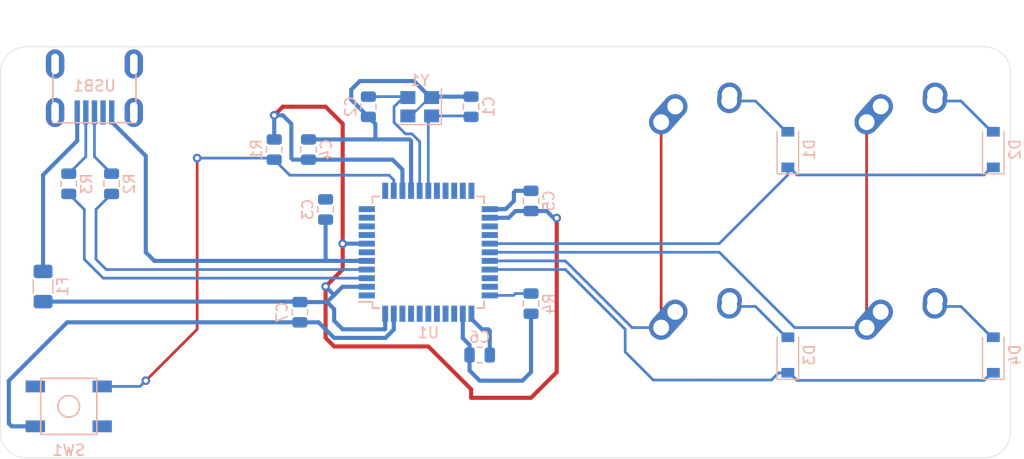
<source format=kicad_pcb>
(kicad_pcb (version 20171130) (host pcbnew "(5.1.4-0-10_14)")

  (general
    (thickness 1.6)
    (drawings 8)
    (tracks 197)
    (zones 0)
    (modules 24)
    (nets 45)
  )

  (page A4)
  (layers
    (0 F.Cu signal)
    (31 B.Cu signal)
    (32 B.Adhes user)
    (33 F.Adhes user)
    (34 B.Paste user)
    (35 F.Paste user)
    (36 B.SilkS user)
    (37 F.SilkS user)
    (38 B.Mask user)
    (39 F.Mask user)
    (40 Dwgs.User user)
    (41 Cmts.User user)
    (42 Eco1.User user)
    (43 Eco2.User user)
    (44 Edge.Cuts user)
    (45 Margin user)
    (46 B.CrtYd user)
    (47 F.CrtYd user)
    (48 B.Fab user)
    (49 F.Fab user)
  )

  (setup
    (last_trace_width 0.254)
    (trace_clearance 0.2)
    (zone_clearance 0.508)
    (zone_45_only no)
    (trace_min 0.2)
    (via_size 0.8)
    (via_drill 0.4)
    (via_min_size 0.4)
    (via_min_drill 0.3)
    (uvia_size 0.3)
    (uvia_drill 0.1)
    (uvias_allowed no)
    (uvia_min_size 0.2)
    (uvia_min_drill 0.1)
    (edge_width 0.05)
    (segment_width 0.2)
    (pcb_text_width 0.3)
    (pcb_text_size 1.5 1.5)
    (mod_edge_width 0.12)
    (mod_text_size 1 1)
    (mod_text_width 0.15)
    (pad_size 1.524 1.524)
    (pad_drill 0.762)
    (pad_to_mask_clearance 0.051)
    (solder_mask_min_width 0.25)
    (aux_axis_origin 0 0)
    (visible_elements FFFFFF7F)
    (pcbplotparams
      (layerselection 0x010fc_ffffffff)
      (usegerberextensions false)
      (usegerberattributes false)
      (usegerberadvancedattributes false)
      (creategerberjobfile false)
      (excludeedgelayer true)
      (linewidth 0.100000)
      (plotframeref false)
      (viasonmask false)
      (mode 1)
      (useauxorigin false)
      (hpglpennumber 1)
      (hpglpenspeed 20)
      (hpglpendiameter 15.000000)
      (psnegative false)
      (psa4output false)
      (plotreference true)
      (plotvalue true)
      (plotinvisibletext false)
      (padsonsilk false)
      (subtractmaskfromsilk false)
      (outputformat 1)
      (mirror false)
      (drillshape 1)
      (scaleselection 1)
      (outputdirectory ""))
  )

  (net 0 "")
  (net 1 GND)
  (net 2 "Net-(C1-Pad1)")
  (net 3 "Net-(C2-Pad1)")
  (net 4 "Net-(C3-Pad1)")
  (net 5 +5V)
  (net 6 "Net-(D1-Pad2)")
  (net 7 ROW0)
  (net 8 "Net-(D2-Pad2)")
  (net 9 "Net-(D3-Pad2)")
  (net 10 ROW1)
  (net 11 "Net-(D4-Pad2)")
  (net 12 VCC)
  (net 13 COL0)
  (net 14 COL1)
  (net 15 "Net-(R1-Pad2)")
  (net 16 D+)
  (net 17 "Net-(R2-Pad1)")
  (net 18 D-)
  (net 19 "Net-(R3-Pad1)")
  (net 20 "Net-(R4-Pad2)")
  (net 21 "Net-(U1-Pad42)")
  (net 22 "Net-(U1-Pad41)")
  (net 23 "Net-(U1-Pad40)")
  (net 24 "Net-(U1-Pad39)")
  (net 25 "Net-(U1-Pad38)")
  (net 26 "Net-(U1-Pad37)")
  (net 27 "Net-(U1-Pad36)")
  (net 28 "Net-(U1-Pad32)")
  (net 29 "Net-(U1-Pad31)")
  (net 30 "Net-(U1-Pad26)")
  (net 31 "Net-(U1-Pad25)")
  (net 32 "Net-(U1-Pad22)")
  (net 33 "Net-(U1-Pad21)")
  (net 34 "Net-(U1-Pad20)")
  (net 35 "Net-(U1-Pad19)")
  (net 36 "Net-(U1-Pad18)")
  (net 37 "Net-(U1-Pad12)")
  (net 38 "Net-(U1-Pad11)")
  (net 39 "Net-(U1-Pad10)")
  (net 40 "Net-(U1-Pad9)")
  (net 41 "Net-(U1-Pad8)")
  (net 42 "Net-(U1-Pad1)")
  (net 43 "Net-(USB1-Pad6)")
  (net 44 "Net-(USB1-Pad2)")

  (net_class Default "Ceci est la Netclass par défaut."
    (clearance 0.2)
    (trace_width 0.254)
    (via_dia 0.8)
    (via_drill 0.4)
    (uvia_dia 0.3)
    (uvia_drill 0.1)
    (add_net COL0)
    (add_net COL1)
    (add_net D+)
    (add_net D-)
    (add_net "Net-(C1-Pad1)")
    (add_net "Net-(C2-Pad1)")
    (add_net "Net-(C3-Pad1)")
    (add_net "Net-(D1-Pad2)")
    (add_net "Net-(D2-Pad2)")
    (add_net "Net-(D3-Pad2)")
    (add_net "Net-(D4-Pad2)")
    (add_net "Net-(R1-Pad2)")
    (add_net "Net-(R2-Pad1)")
    (add_net "Net-(R3-Pad1)")
    (add_net "Net-(R4-Pad2)")
    (add_net "Net-(U1-Pad1)")
    (add_net "Net-(U1-Pad10)")
    (add_net "Net-(U1-Pad11)")
    (add_net "Net-(U1-Pad12)")
    (add_net "Net-(U1-Pad18)")
    (add_net "Net-(U1-Pad19)")
    (add_net "Net-(U1-Pad20)")
    (add_net "Net-(U1-Pad21)")
    (add_net "Net-(U1-Pad22)")
    (add_net "Net-(U1-Pad25)")
    (add_net "Net-(U1-Pad26)")
    (add_net "Net-(U1-Pad31)")
    (add_net "Net-(U1-Pad32)")
    (add_net "Net-(U1-Pad36)")
    (add_net "Net-(U1-Pad37)")
    (add_net "Net-(U1-Pad38)")
    (add_net "Net-(U1-Pad39)")
    (add_net "Net-(U1-Pad40)")
    (add_net "Net-(U1-Pad41)")
    (add_net "Net-(U1-Pad42)")
    (add_net "Net-(U1-Pad8)")
    (add_net "Net-(U1-Pad9)")
    (add_net "Net-(USB1-Pad2)")
    (add_net "Net-(USB1-Pad6)")
    (add_net ROW0)
    (add_net ROW1)
  )

  (net_class Power ""
    (clearance 0.2)
    (trace_width 0.381)
    (via_dia 0.8)
    (via_drill 0.4)
    (uvia_dia 0.3)
    (uvia_drill 0.1)
    (add_net +5V)
    (add_net GND)
    (add_net VCC)
  )

  (module MX_Alps_Hybrid:MX-1U-NoLED (layer F.Cu) (tedit 5A9F5203) (tstamp 5F408AE9)
    (at 200.025 155.575)
    (path /5F46206E)
    (fp_text reference MX3 (at 0 3.175) (layer Dwgs.User)
      (effects (font (size 1 1) (thickness 0.15)))
    )
    (fp_text value MX-NoLED (at 0 -7.9375) (layer Dwgs.User)
      (effects (font (size 1 1) (thickness 0.15)))
    )
    (fp_line (start -9.525 9.525) (end -9.525 -9.525) (layer Dwgs.User) (width 0.15))
    (fp_line (start 9.525 9.525) (end -9.525 9.525) (layer Dwgs.User) (width 0.15))
    (fp_line (start 9.525 -9.525) (end 9.525 9.525) (layer Dwgs.User) (width 0.15))
    (fp_line (start -9.525 -9.525) (end 9.525 -9.525) (layer Dwgs.User) (width 0.15))
    (fp_line (start -7 -7) (end -7 -5) (layer Dwgs.User) (width 0.15))
    (fp_line (start -5 -7) (end -7 -7) (layer Dwgs.User) (width 0.15))
    (fp_line (start -7 7) (end -5 7) (layer Dwgs.User) (width 0.15))
    (fp_line (start -7 5) (end -7 7) (layer Dwgs.User) (width 0.15))
    (fp_line (start 7 7) (end 7 5) (layer Dwgs.User) (width 0.15))
    (fp_line (start 5 7) (end 7 7) (layer Dwgs.User) (width 0.15))
    (fp_line (start 7 -7) (end 7 -5) (layer Dwgs.User) (width 0.15))
    (fp_line (start 5 -7) (end 7 -7) (layer Dwgs.User) (width 0.15))
    (pad "" np_thru_hole circle (at 5.08 0 48.0996) (size 1.75 1.75) (drill 1.75) (layers *.Cu *.Mask))
    (pad "" np_thru_hole circle (at -5.08 0 48.0996) (size 1.75 1.75) (drill 1.75) (layers *.Cu *.Mask))
    (pad 1 thru_hole circle (at -2.5 -4) (size 2.25 2.25) (drill 1.47) (layers *.Cu B.Mask)
      (net 13 COL0))
    (pad "" np_thru_hole circle (at 0 0) (size 3.9878 3.9878) (drill 3.9878) (layers *.Cu *.Mask))
    (pad 1 thru_hole oval (at -3.81 -2.54 48.0996) (size 4.211556 2.25) (drill 1.47 (offset 0.980778 0)) (layers *.Cu B.Mask)
      (net 13 COL0))
    (pad 2 thru_hole circle (at 2.54 -5.08) (size 2.25 2.25) (drill 1.47) (layers *.Cu B.Mask)
      (net 9 "Net-(D3-Pad2)"))
    (pad 2 thru_hole oval (at 2.5 -4.5 86.0548) (size 2.831378 2.25) (drill 1.47 (offset 0.290689 0)) (layers *.Cu B.Mask)
      (net 9 "Net-(D3-Pad2)"))
  )

  (module MX_Alps_Hybrid:MX-1U-NoLED (layer F.Cu) (tedit 5A9F5203) (tstamp 5F408ABB)
    (at 200.025 136.525)
    (path /5F41BB89)
    (fp_text reference MX1 (at 0 3.175) (layer Dwgs.User)
      (effects (font (size 1 1) (thickness 0.15)))
    )
    (fp_text value MX-NoLED (at 0 -7.9375) (layer Dwgs.User)
      (effects (font (size 1 1) (thickness 0.15)))
    )
    (fp_line (start -9.525 9.525) (end -9.525 -9.525) (layer Dwgs.User) (width 0.15))
    (fp_line (start 9.525 9.525) (end -9.525 9.525) (layer Dwgs.User) (width 0.15))
    (fp_line (start 9.525 -9.525) (end 9.525 9.525) (layer Dwgs.User) (width 0.15))
    (fp_line (start -9.525 -9.525) (end 9.525 -9.525) (layer Dwgs.User) (width 0.15))
    (fp_line (start -7 -7) (end -7 -5) (layer Dwgs.User) (width 0.15))
    (fp_line (start -5 -7) (end -7 -7) (layer Dwgs.User) (width 0.15))
    (fp_line (start -7 7) (end -5 7) (layer Dwgs.User) (width 0.15))
    (fp_line (start -7 5) (end -7 7) (layer Dwgs.User) (width 0.15))
    (fp_line (start 7 7) (end 7 5) (layer Dwgs.User) (width 0.15))
    (fp_line (start 5 7) (end 7 7) (layer Dwgs.User) (width 0.15))
    (fp_line (start 7 -7) (end 7 -5) (layer Dwgs.User) (width 0.15))
    (fp_line (start 5 -7) (end 7 -7) (layer Dwgs.User) (width 0.15))
    (pad "" np_thru_hole circle (at 5.08 0 48.0996) (size 1.75 1.75) (drill 1.75) (layers *.Cu *.Mask))
    (pad "" np_thru_hole circle (at -5.08 0 48.0996) (size 1.75 1.75) (drill 1.75) (layers *.Cu *.Mask))
    (pad 1 thru_hole circle (at -2.5 -4) (size 2.25 2.25) (drill 1.47) (layers *.Cu B.Mask)
      (net 13 COL0))
    (pad "" np_thru_hole circle (at 0 0) (size 3.9878 3.9878) (drill 3.9878) (layers *.Cu *.Mask))
    (pad 1 thru_hole oval (at -3.81 -2.54 48.0996) (size 4.211556 2.25) (drill 1.47 (offset 0.980778 0)) (layers *.Cu B.Mask)
      (net 13 COL0))
    (pad 2 thru_hole circle (at 2.54 -5.08) (size 2.25 2.25) (drill 1.47) (layers *.Cu B.Mask)
      (net 6 "Net-(D1-Pad2)"))
    (pad 2 thru_hole oval (at 2.5 -4.5 86.0548) (size 2.831378 2.25) (drill 1.47 (offset 0.290689 0)) (layers *.Cu B.Mask)
      (net 6 "Net-(D1-Pad2)"))
  )

  (module Crystal:Crystal_SMD_3225-4Pin_3.2x2.5mm (layer B.Cu) (tedit 5A0FD1B2) (tstamp 5F408BD9)
    (at 173.83125 132.55625 180)
    (descr "SMD Crystal SERIES SMD3225/4 http://www.txccrystal.com/images/pdf/7m-accuracy.pdf, 3.2x2.5mm^2 package")
    (tags "SMD SMT crystal")
    (path /5F404A6B)
    (attr smd)
    (fp_text reference Y1 (at 0 2.45) (layer B.SilkS)
      (effects (font (size 1 1) (thickness 0.15)) (justify mirror))
    )
    (fp_text value 16MHz (at 0 -2.45) (layer B.Fab)
      (effects (font (size 1 1) (thickness 0.15)) (justify mirror))
    )
    (fp_line (start 2.1 1.7) (end -2.1 1.7) (layer B.CrtYd) (width 0.05))
    (fp_line (start 2.1 -1.7) (end 2.1 1.7) (layer B.CrtYd) (width 0.05))
    (fp_line (start -2.1 -1.7) (end 2.1 -1.7) (layer B.CrtYd) (width 0.05))
    (fp_line (start -2.1 1.7) (end -2.1 -1.7) (layer B.CrtYd) (width 0.05))
    (fp_line (start -2 -1.65) (end 2 -1.65) (layer B.SilkS) (width 0.12))
    (fp_line (start -2 1.65) (end -2 -1.65) (layer B.SilkS) (width 0.12))
    (fp_line (start -1.6 -0.25) (end -0.6 -1.25) (layer B.Fab) (width 0.1))
    (fp_line (start 1.6 1.25) (end -1.6 1.25) (layer B.Fab) (width 0.1))
    (fp_line (start 1.6 -1.25) (end 1.6 1.25) (layer B.Fab) (width 0.1))
    (fp_line (start -1.6 -1.25) (end 1.6 -1.25) (layer B.Fab) (width 0.1))
    (fp_line (start -1.6 1.25) (end -1.6 -1.25) (layer B.Fab) (width 0.1))
    (fp_text user %R (at 0 0) (layer B.Fab)
      (effects (font (size 0.7 0.7) (thickness 0.105)) (justify mirror))
    )
    (pad 4 smd rect (at -1.1 0.85 180) (size 1.4 1.2) (layers B.Cu B.Paste B.Mask)
      (net 1 GND))
    (pad 3 smd rect (at 1.1 0.85 180) (size 1.4 1.2) (layers B.Cu B.Paste B.Mask)
      (net 3 "Net-(C2-Pad1)"))
    (pad 2 smd rect (at 1.1 -0.85 180) (size 1.4 1.2) (layers B.Cu B.Paste B.Mask)
      (net 1 GND))
    (pad 1 smd rect (at -1.1 -0.85 180) (size 1.4 1.2) (layers B.Cu B.Paste B.Mask)
      (net 2 "Net-(C1-Pad1)"))
    (model ${KISYS3DMOD}/Crystal.3dshapes/Crystal_SMD_3225-4Pin_3.2x2.5mm.wrl
      (at (xyz 0 0 0))
      (scale (xyz 1 1 1))
      (rotate (xyz 0 0 0))
    )
  )

  (module random-keyboard-parts:Molex-0548190589 (layer B.Cu) (tedit 5C494815) (tstamp 5F408BC5)
    (at 143.66875 128.5875 270)
    (path /5F4038E2)
    (attr smd)
    (fp_text reference USB1 (at 2.032 0) (layer B.SilkS)
      (effects (font (size 1 1) (thickness 0.15)) (justify mirror))
    )
    (fp_text value Molex-0548190589 (at -5.08 0) (layer Dwgs.User)
      (effects (font (size 1 1) (thickness 0.15)))
    )
    (fp_text user %R (at 2 0) (layer B.CrtYd)
      (effects (font (size 1 1) (thickness 0.15)) (justify mirror))
    )
    (fp_line (start 3.25 1.25) (end 5.5 1.25) (layer B.CrtYd) (width 0.15))
    (fp_line (start 5.5 0.5) (end 3.25 0.5) (layer B.CrtYd) (width 0.15))
    (fp_line (start 3.25 -0.5) (end 5.5 -0.5) (layer B.CrtYd) (width 0.15))
    (fp_line (start 5.5 -1.25) (end 3.25 -1.25) (layer B.CrtYd) (width 0.15))
    (fp_line (start 3.25 -2) (end 5.5 -2) (layer B.CrtYd) (width 0.15))
    (fp_line (start 3.25 2) (end 3.25 -2) (layer B.CrtYd) (width 0.15))
    (fp_line (start 5.5 2) (end 3.25 2) (layer B.CrtYd) (width 0.15))
    (fp_line (start -3.75 -3.75) (end -3.75 3.75) (layer B.CrtYd) (width 0.15))
    (fp_line (start 5.5 -3.75) (end -3.75 -3.75) (layer B.CrtYd) (width 0.15))
    (fp_line (start 5.5 3.75) (end 5.5 -3.75) (layer B.CrtYd) (width 0.15))
    (fp_line (start -3.75 3.75) (end 5.5 3.75) (layer B.CrtYd) (width 0.15))
    (fp_line (start 0 3.85) (end 5.45 3.85) (layer B.SilkS) (width 0.15))
    (fp_line (start 0 -3.85) (end 5.45 -3.85) (layer B.SilkS) (width 0.15))
    (fp_line (start 5.45 3.85) (end 5.45 -3.85) (layer B.SilkS) (width 0.15))
    (fp_line (start -3.75 3.85) (end 0 3.85) (layer Dwgs.User) (width 0.15))
    (fp_line (start -3.75 -3.85) (end 0 -3.85) (layer Dwgs.User) (width 0.15))
    (fp_line (start -1.75 4.572) (end -1.75 -4.572) (layer Dwgs.User) (width 0.15))
    (fp_line (start -3.75 3.85) (end -3.75 -3.85) (layer Dwgs.User) (width 0.15))
    (pad 6 thru_hole oval (at 0 3.65 270) (size 2.7 1.7) (drill oval 1.9 0.7) (layers *.Cu *.Mask)
      (net 43 "Net-(USB1-Pad6)"))
    (pad 6 thru_hole oval (at 0 -3.65 270) (size 2.7 1.7) (drill oval 1.9 0.7) (layers *.Cu *.Mask)
      (net 43 "Net-(USB1-Pad6)"))
    (pad 6 thru_hole oval (at 4.5 -3.65 270) (size 2.7 1.7) (drill oval 1.9 0.7) (layers *.Cu *.Mask)
      (net 43 "Net-(USB1-Pad6)"))
    (pad 6 thru_hole oval (at 4.5 3.65 270) (size 2.7 1.7) (drill oval 1.9 0.7) (layers *.Cu *.Mask)
      (net 43 "Net-(USB1-Pad6)"))
    (pad 5 smd rect (at 4.5 1.6 270) (size 2.25 0.5) (layers B.Cu B.Paste B.Mask)
      (net 12 VCC))
    (pad 4 smd rect (at 4.5 0.8 270) (size 2.25 0.5) (layers B.Cu B.Paste B.Mask)
      (net 18 D-))
    (pad 3 smd rect (at 4.5 0 270) (size 2.25 0.5) (layers B.Cu B.Paste B.Mask)
      (net 16 D+))
    (pad 2 smd rect (at 4.5 -0.8 270) (size 2.25 0.5) (layers B.Cu B.Paste B.Mask)
      (net 44 "Net-(USB1-Pad2)"))
    (pad 1 smd rect (at 4.5 -1.6 270) (size 2.25 0.5) (layers B.Cu B.Paste B.Mask)
      (net 1 GND))
  )

  (module Package_QFP:TQFP-44_10x10mm_P0.8mm (layer B.Cu) (tedit 5A02F146) (tstamp 5F408BA5)
    (at 174.625 146.05)
    (descr "44-Lead Plastic Thin Quad Flatpack (PT) - 10x10x1.0 mm Body [TQFP] (see Microchip Packaging Specification 00000049BS.pdf)")
    (tags "QFP 0.8")
    (path /5F3ED89E)
    (attr smd)
    (fp_text reference U1 (at 0 7.45) (layer B.SilkS)
      (effects (font (size 1 1) (thickness 0.15)) (justify mirror))
    )
    (fp_text value ATmega32U4-AU (at 0 -7.45) (layer B.Fab)
      (effects (font (size 1 1) (thickness 0.15)) (justify mirror))
    )
    (fp_line (start -5.175 4.6) (end -6.45 4.6) (layer B.SilkS) (width 0.15))
    (fp_line (start 5.175 5.175) (end 4.5 5.175) (layer B.SilkS) (width 0.15))
    (fp_line (start 5.175 -5.175) (end 4.5 -5.175) (layer B.SilkS) (width 0.15))
    (fp_line (start -5.175 -5.175) (end -4.5 -5.175) (layer B.SilkS) (width 0.15))
    (fp_line (start -5.175 5.175) (end -4.5 5.175) (layer B.SilkS) (width 0.15))
    (fp_line (start -5.175 -5.175) (end -5.175 -4.5) (layer B.SilkS) (width 0.15))
    (fp_line (start 5.175 -5.175) (end 5.175 -4.5) (layer B.SilkS) (width 0.15))
    (fp_line (start 5.175 5.175) (end 5.175 4.5) (layer B.SilkS) (width 0.15))
    (fp_line (start -5.175 5.175) (end -5.175 4.6) (layer B.SilkS) (width 0.15))
    (fp_line (start -6.7 -6.7) (end 6.7 -6.7) (layer B.CrtYd) (width 0.05))
    (fp_line (start -6.7 6.7) (end 6.7 6.7) (layer B.CrtYd) (width 0.05))
    (fp_line (start 6.7 6.7) (end 6.7 -6.7) (layer B.CrtYd) (width 0.05))
    (fp_line (start -6.7 6.7) (end -6.7 -6.7) (layer B.CrtYd) (width 0.05))
    (fp_line (start -5 4) (end -4 5) (layer B.Fab) (width 0.15))
    (fp_line (start -5 -5) (end -5 4) (layer B.Fab) (width 0.15))
    (fp_line (start 5 -5) (end -5 -5) (layer B.Fab) (width 0.15))
    (fp_line (start 5 5) (end 5 -5) (layer B.Fab) (width 0.15))
    (fp_line (start -4 5) (end 5 5) (layer B.Fab) (width 0.15))
    (fp_text user %R (at 0 0) (layer B.Fab)
      (effects (font (size 1 1) (thickness 0.15)) (justify mirror))
    )
    (pad 44 smd rect (at -4 5.7 270) (size 1.5 0.55) (layers B.Cu B.Paste B.Mask)
      (net 5 +5V))
    (pad 43 smd rect (at -3.2 5.7 270) (size 1.5 0.55) (layers B.Cu B.Paste B.Mask)
      (net 1 GND))
    (pad 42 smd rect (at -2.4 5.7 270) (size 1.5 0.55) (layers B.Cu B.Paste B.Mask)
      (net 21 "Net-(U1-Pad42)"))
    (pad 41 smd rect (at -1.6 5.7 270) (size 1.5 0.55) (layers B.Cu B.Paste B.Mask)
      (net 22 "Net-(U1-Pad41)"))
    (pad 40 smd rect (at -0.8 5.7 270) (size 1.5 0.55) (layers B.Cu B.Paste B.Mask)
      (net 23 "Net-(U1-Pad40)"))
    (pad 39 smd rect (at 0 5.7 270) (size 1.5 0.55) (layers B.Cu B.Paste B.Mask)
      (net 24 "Net-(U1-Pad39)"))
    (pad 38 smd rect (at 0.8 5.7 270) (size 1.5 0.55) (layers B.Cu B.Paste B.Mask)
      (net 25 "Net-(U1-Pad38)"))
    (pad 37 smd rect (at 1.6 5.7 270) (size 1.5 0.55) (layers B.Cu B.Paste B.Mask)
      (net 26 "Net-(U1-Pad37)"))
    (pad 36 smd rect (at 2.4 5.7 270) (size 1.5 0.55) (layers B.Cu B.Paste B.Mask)
      (net 27 "Net-(U1-Pad36)"))
    (pad 35 smd rect (at 3.2 5.7 270) (size 1.5 0.55) (layers B.Cu B.Paste B.Mask)
      (net 1 GND))
    (pad 34 smd rect (at 4 5.7 270) (size 1.5 0.55) (layers B.Cu B.Paste B.Mask)
      (net 5 +5V))
    (pad 33 smd rect (at 5.7 4) (size 1.5 0.55) (layers B.Cu B.Paste B.Mask)
      (net 20 "Net-(R4-Pad2)"))
    (pad 32 smd rect (at 5.7 3.2) (size 1.5 0.55) (layers B.Cu B.Paste B.Mask)
      (net 28 "Net-(U1-Pad32)"))
    (pad 31 smd rect (at 5.7 2.4) (size 1.5 0.55) (layers B.Cu B.Paste B.Mask)
      (net 29 "Net-(U1-Pad31)"))
    (pad 30 smd rect (at 5.7 1.6) (size 1.5 0.55) (layers B.Cu B.Paste B.Mask)
      (net 10 ROW1))
    (pad 29 smd rect (at 5.7 0.8) (size 1.5 0.55) (layers B.Cu B.Paste B.Mask)
      (net 13 COL0))
    (pad 28 smd rect (at 5.7 0) (size 1.5 0.55) (layers B.Cu B.Paste B.Mask)
      (net 14 COL1))
    (pad 27 smd rect (at 5.7 -0.8) (size 1.5 0.55) (layers B.Cu B.Paste B.Mask)
      (net 7 ROW0))
    (pad 26 smd rect (at 5.7 -1.6) (size 1.5 0.55) (layers B.Cu B.Paste B.Mask)
      (net 30 "Net-(U1-Pad26)"))
    (pad 25 smd rect (at 5.7 -2.4) (size 1.5 0.55) (layers B.Cu B.Paste B.Mask)
      (net 31 "Net-(U1-Pad25)"))
    (pad 24 smd rect (at 5.7 -3.2) (size 1.5 0.55) (layers B.Cu B.Paste B.Mask)
      (net 5 +5V))
    (pad 23 smd rect (at 5.7 -4) (size 1.5 0.55) (layers B.Cu B.Paste B.Mask)
      (net 1 GND))
    (pad 22 smd rect (at 4 -5.7 270) (size 1.5 0.55) (layers B.Cu B.Paste B.Mask)
      (net 32 "Net-(U1-Pad22)"))
    (pad 21 smd rect (at 3.2 -5.7 270) (size 1.5 0.55) (layers B.Cu B.Paste B.Mask)
      (net 33 "Net-(U1-Pad21)"))
    (pad 20 smd rect (at 2.4 -5.7 270) (size 1.5 0.55) (layers B.Cu B.Paste B.Mask)
      (net 34 "Net-(U1-Pad20)"))
    (pad 19 smd rect (at 1.6 -5.7 270) (size 1.5 0.55) (layers B.Cu B.Paste B.Mask)
      (net 35 "Net-(U1-Pad19)"))
    (pad 18 smd rect (at 0.8 -5.7 270) (size 1.5 0.55) (layers B.Cu B.Paste B.Mask)
      (net 36 "Net-(U1-Pad18)"))
    (pad 17 smd rect (at 0 -5.7 270) (size 1.5 0.55) (layers B.Cu B.Paste B.Mask)
      (net 2 "Net-(C1-Pad1)"))
    (pad 16 smd rect (at -0.8 -5.7 270) (size 1.5 0.55) (layers B.Cu B.Paste B.Mask)
      (net 3 "Net-(C2-Pad1)"))
    (pad 15 smd rect (at -1.6 -5.7 270) (size 1.5 0.55) (layers B.Cu B.Paste B.Mask)
      (net 1 GND))
    (pad 14 smd rect (at -2.4 -5.7 270) (size 1.5 0.55) (layers B.Cu B.Paste B.Mask)
      (net 5 +5V))
    (pad 13 smd rect (at -3.2 -5.7 270) (size 1.5 0.55) (layers B.Cu B.Paste B.Mask)
      (net 15 "Net-(R1-Pad2)"))
    (pad 12 smd rect (at -4 -5.7 270) (size 1.5 0.55) (layers B.Cu B.Paste B.Mask)
      (net 37 "Net-(U1-Pad12)"))
    (pad 11 smd rect (at -5.7 -4) (size 1.5 0.55) (layers B.Cu B.Paste B.Mask)
      (net 38 "Net-(U1-Pad11)"))
    (pad 10 smd rect (at -5.7 -3.2) (size 1.5 0.55) (layers B.Cu B.Paste B.Mask)
      (net 39 "Net-(U1-Pad10)"))
    (pad 9 smd rect (at -5.7 -2.4) (size 1.5 0.55) (layers B.Cu B.Paste B.Mask)
      (net 40 "Net-(U1-Pad9)"))
    (pad 8 smd rect (at -5.7 -1.6) (size 1.5 0.55) (layers B.Cu B.Paste B.Mask)
      (net 41 "Net-(U1-Pad8)"))
    (pad 7 smd rect (at -5.7 -0.8) (size 1.5 0.55) (layers B.Cu B.Paste B.Mask)
      (net 5 +5V))
    (pad 6 smd rect (at -5.7 0) (size 1.5 0.55) (layers B.Cu B.Paste B.Mask)
      (net 4 "Net-(C3-Pad1)"))
    (pad 5 smd rect (at -5.7 0.8) (size 1.5 0.55) (layers B.Cu B.Paste B.Mask)
      (net 1 GND))
    (pad 4 smd rect (at -5.7 1.6) (size 1.5 0.55) (layers B.Cu B.Paste B.Mask)
      (net 17 "Net-(R2-Pad1)"))
    (pad 3 smd rect (at -5.7 2.4) (size 1.5 0.55) (layers B.Cu B.Paste B.Mask)
      (net 19 "Net-(R3-Pad1)"))
    (pad 2 smd rect (at -5.7 3.2) (size 1.5 0.55) (layers B.Cu B.Paste B.Mask)
      (net 5 +5V))
    (pad 1 smd rect (at -5.7 4) (size 1.5 0.55) (layers B.Cu B.Paste B.Mask)
      (net 42 "Net-(U1-Pad1)"))
    (model ${KISYS3DMOD}/Package_QFP.3dshapes/TQFP-44_10x10mm_P0.8mm.wrl
      (at (xyz 0 0 0))
      (scale (xyz 1 1 1))
      (rotate (xyz 0 0 0))
    )
  )

  (module random-keyboard-parts:SKQG-1155865 (layer B.Cu) (tedit 5E62B398) (tstamp 5F408B62)
    (at 141.2875 160.3375 180)
    (path /5F411631)
    (attr smd)
    (fp_text reference SW1 (at 0 -4.064) (layer B.SilkS)
      (effects (font (size 1 1) (thickness 0.15)) (justify mirror))
    )
    (fp_text value SW_Push (at 0 4.064) (layer B.Fab)
      (effects (font (size 1 1) (thickness 0.15)) (justify mirror))
    )
    (fp_line (start -2.6 2.6) (end 2.6 2.6) (layer B.SilkS) (width 0.15))
    (fp_line (start 2.6 2.6) (end 2.6 -2.6) (layer B.SilkS) (width 0.15))
    (fp_line (start 2.6 -2.6) (end -2.6 -2.6) (layer B.SilkS) (width 0.15))
    (fp_line (start -2.6 -2.6) (end -2.6 2.6) (layer B.SilkS) (width 0.15))
    (fp_circle (center 0 0) (end 1 0) (layer B.SilkS) (width 0.15))
    (fp_line (start -4.2 2.6) (end 4.2 2.6) (layer B.Fab) (width 0.15))
    (fp_line (start 4.2 2.6) (end 4.2 1.2) (layer B.Fab) (width 0.15))
    (fp_line (start 4.2 1.1) (end 2.6 1.1) (layer B.Fab) (width 0.15))
    (fp_line (start 2.6 1.1) (end 2.6 -1.1) (layer B.Fab) (width 0.15))
    (fp_line (start 2.6 -1.1) (end 4.2 -1.1) (layer B.Fab) (width 0.15))
    (fp_line (start 4.2 -1.1) (end 4.2 -2.6) (layer B.Fab) (width 0.15))
    (fp_line (start 4.2 -2.6) (end -4.2 -2.6) (layer B.Fab) (width 0.15))
    (fp_line (start -4.2 -2.6) (end -4.2 -1.1) (layer B.Fab) (width 0.15))
    (fp_line (start -4.2 -1.1) (end -2.6 -1.1) (layer B.Fab) (width 0.15))
    (fp_line (start -2.6 -1.1) (end -2.6 1.1) (layer B.Fab) (width 0.15))
    (fp_line (start -2.6 1.1) (end -4.2 1.1) (layer B.Fab) (width 0.15))
    (fp_line (start -4.2 1.1) (end -4.2 2.6) (layer B.Fab) (width 0.15))
    (fp_circle (center 0 0) (end 1 0) (layer B.Fab) (width 0.15))
    (fp_line (start -2.6 1.1) (end -1.1 2.6) (layer B.Fab) (width 0.15))
    (fp_line (start 2.6 1.1) (end 1.1 2.6) (layer B.Fab) (width 0.15))
    (fp_line (start 2.6 -1.1) (end 1.1 -2.6) (layer B.Fab) (width 0.15))
    (fp_line (start -2.6 -1.1) (end -1.1 -2.6) (layer B.Fab) (width 0.15))
    (pad 4 smd rect (at -3.1 -1.85 180) (size 1.8 1.1) (layers B.Cu B.Paste B.Mask))
    (pad 3 smd rect (at 3.1 1.85 180) (size 1.8 1.1) (layers B.Cu B.Paste B.Mask))
    (pad 2 smd rect (at -3.1 1.85 180) (size 1.8 1.1) (layers B.Cu B.Paste B.Mask)
      (net 15 "Net-(R1-Pad2)"))
    (pad 1 smd rect (at 3.1 -1.85 180) (size 1.8 1.1) (layers B.Cu B.Paste B.Mask)
      (net 1 GND))
    (model ${KISYS3DMOD}/Button_Switch_SMD.3dshapes/SW_SPST_TL3342.step
      (at (xyz 0 0 0))
      (scale (xyz 1 1 1))
      (rotate (xyz 0 0 0))
    )
  )

  (module Resistor_SMD:R_0805_2012Metric (layer B.Cu) (tedit 5B36C52B) (tstamp 5F408B44)
    (at 184.15 150.8125 90)
    (descr "Resistor SMD 0805 (2012 Metric), square (rectangular) end terminal, IPC_7351 nominal, (Body size source: https://docs.google.com/spreadsheets/d/1BsfQQcO9C6DZCsRaXUlFlo91Tg2WpOkGARC1WS5S8t0/edit?usp=sharing), generated with kicad-footprint-generator")
    (tags resistor)
    (path /5F3F8790)
    (attr smd)
    (fp_text reference R4 (at 0 1.65 270) (layer B.SilkS)
      (effects (font (size 1 1) (thickness 0.15)) (justify mirror))
    )
    (fp_text value 10k (at 0 -1.65 270) (layer B.Fab)
      (effects (font (size 1 1) (thickness 0.15)) (justify mirror))
    )
    (fp_text user %R (at 0 0 270) (layer B.Fab)
      (effects (font (size 0.5 0.5) (thickness 0.08)) (justify mirror))
    )
    (fp_line (start 1.68 -0.95) (end -1.68 -0.95) (layer B.CrtYd) (width 0.05))
    (fp_line (start 1.68 0.95) (end 1.68 -0.95) (layer B.CrtYd) (width 0.05))
    (fp_line (start -1.68 0.95) (end 1.68 0.95) (layer B.CrtYd) (width 0.05))
    (fp_line (start -1.68 -0.95) (end -1.68 0.95) (layer B.CrtYd) (width 0.05))
    (fp_line (start -0.258578 -0.71) (end 0.258578 -0.71) (layer B.SilkS) (width 0.12))
    (fp_line (start -0.258578 0.71) (end 0.258578 0.71) (layer B.SilkS) (width 0.12))
    (fp_line (start 1 -0.6) (end -1 -0.6) (layer B.Fab) (width 0.1))
    (fp_line (start 1 0.6) (end 1 -0.6) (layer B.Fab) (width 0.1))
    (fp_line (start -1 0.6) (end 1 0.6) (layer B.Fab) (width 0.1))
    (fp_line (start -1 -0.6) (end -1 0.6) (layer B.Fab) (width 0.1))
    (pad 2 smd roundrect (at 0.9375 0 90) (size 0.975 1.4) (layers B.Cu B.Paste B.Mask) (roundrect_rratio 0.25)
      (net 20 "Net-(R4-Pad2)"))
    (pad 1 smd roundrect (at -0.9375 0 90) (size 0.975 1.4) (layers B.Cu B.Paste B.Mask) (roundrect_rratio 0.25)
      (net 1 GND))
    (model ${KISYS3DMOD}/Resistor_SMD.3dshapes/R_0805_2012Metric.wrl
      (at (xyz 0 0 0))
      (scale (xyz 1 1 1))
      (rotate (xyz 0 0 0))
    )
  )

  (module Resistor_SMD:R_0805_2012Metric (layer B.Cu) (tedit 5B36C52B) (tstamp 5F408B33)
    (at 141.2875 139.7 90)
    (descr "Resistor SMD 0805 (2012 Metric), square (rectangular) end terminal, IPC_7351 nominal, (Body size source: https://docs.google.com/spreadsheets/d/1BsfQQcO9C6DZCsRaXUlFlo91Tg2WpOkGARC1WS5S8t0/edit?usp=sharing), generated with kicad-footprint-generator")
    (tags resistor)
    (path /5F3F9FB6)
    (attr smd)
    (fp_text reference R3 (at 0 1.65 270) (layer B.SilkS)
      (effects (font (size 1 1) (thickness 0.15)) (justify mirror))
    )
    (fp_text value 22 (at 0 -1.65 270) (layer B.Fab)
      (effects (font (size 1 1) (thickness 0.15)) (justify mirror))
    )
    (fp_text user %R (at 0 0 270) (layer B.Fab)
      (effects (font (size 0.5 0.5) (thickness 0.08)) (justify mirror))
    )
    (fp_line (start 1.68 -0.95) (end -1.68 -0.95) (layer B.CrtYd) (width 0.05))
    (fp_line (start 1.68 0.95) (end 1.68 -0.95) (layer B.CrtYd) (width 0.05))
    (fp_line (start -1.68 0.95) (end 1.68 0.95) (layer B.CrtYd) (width 0.05))
    (fp_line (start -1.68 -0.95) (end -1.68 0.95) (layer B.CrtYd) (width 0.05))
    (fp_line (start -0.258578 -0.71) (end 0.258578 -0.71) (layer B.SilkS) (width 0.12))
    (fp_line (start -0.258578 0.71) (end 0.258578 0.71) (layer B.SilkS) (width 0.12))
    (fp_line (start 1 -0.6) (end -1 -0.6) (layer B.Fab) (width 0.1))
    (fp_line (start 1 0.6) (end 1 -0.6) (layer B.Fab) (width 0.1))
    (fp_line (start -1 0.6) (end 1 0.6) (layer B.Fab) (width 0.1))
    (fp_line (start -1 -0.6) (end -1 0.6) (layer B.Fab) (width 0.1))
    (pad 2 smd roundrect (at 0.9375 0 90) (size 0.975 1.4) (layers B.Cu B.Paste B.Mask) (roundrect_rratio 0.25)
      (net 18 D-))
    (pad 1 smd roundrect (at -0.9375 0 90) (size 0.975 1.4) (layers B.Cu B.Paste B.Mask) (roundrect_rratio 0.25)
      (net 19 "Net-(R3-Pad1)"))
    (model ${KISYS3DMOD}/Resistor_SMD.3dshapes/R_0805_2012Metric.wrl
      (at (xyz 0 0 0))
      (scale (xyz 1 1 1))
      (rotate (xyz 0 0 0))
    )
  )

  (module Resistor_SMD:R_0805_2012Metric (layer B.Cu) (tedit 5B36C52B) (tstamp 5F408B22)
    (at 145.25625 139.7 90)
    (descr "Resistor SMD 0805 (2012 Metric), square (rectangular) end terminal, IPC_7351 nominal, (Body size source: https://docs.google.com/spreadsheets/d/1BsfQQcO9C6DZCsRaXUlFlo91Tg2WpOkGARC1WS5S8t0/edit?usp=sharing), generated with kicad-footprint-generator")
    (tags resistor)
    (path /5F3F933F)
    (attr smd)
    (fp_text reference R2 (at 0 1.65 270) (layer B.SilkS)
      (effects (font (size 1 1) (thickness 0.15)) (justify mirror))
    )
    (fp_text value 22 (at 0 -1.65 270) (layer B.Fab)
      (effects (font (size 1 1) (thickness 0.15)) (justify mirror))
    )
    (fp_text user %R (at 0 0 270) (layer B.Fab)
      (effects (font (size 0.5 0.5) (thickness 0.08)) (justify mirror))
    )
    (fp_line (start 1.68 -0.95) (end -1.68 -0.95) (layer B.CrtYd) (width 0.05))
    (fp_line (start 1.68 0.95) (end 1.68 -0.95) (layer B.CrtYd) (width 0.05))
    (fp_line (start -1.68 0.95) (end 1.68 0.95) (layer B.CrtYd) (width 0.05))
    (fp_line (start -1.68 -0.95) (end -1.68 0.95) (layer B.CrtYd) (width 0.05))
    (fp_line (start -0.258578 -0.71) (end 0.258578 -0.71) (layer B.SilkS) (width 0.12))
    (fp_line (start -0.258578 0.71) (end 0.258578 0.71) (layer B.SilkS) (width 0.12))
    (fp_line (start 1 -0.6) (end -1 -0.6) (layer B.Fab) (width 0.1))
    (fp_line (start 1 0.6) (end 1 -0.6) (layer B.Fab) (width 0.1))
    (fp_line (start -1 0.6) (end 1 0.6) (layer B.Fab) (width 0.1))
    (fp_line (start -1 -0.6) (end -1 0.6) (layer B.Fab) (width 0.1))
    (pad 2 smd roundrect (at 0.9375 0 90) (size 0.975 1.4) (layers B.Cu B.Paste B.Mask) (roundrect_rratio 0.25)
      (net 16 D+))
    (pad 1 smd roundrect (at -0.9375 0 90) (size 0.975 1.4) (layers B.Cu B.Paste B.Mask) (roundrect_rratio 0.25)
      (net 17 "Net-(R2-Pad1)"))
    (model ${KISYS3DMOD}/Resistor_SMD.3dshapes/R_0805_2012Metric.wrl
      (at (xyz 0 0 0))
      (scale (xyz 1 1 1))
      (rotate (xyz 0 0 0))
    )
  )

  (module Resistor_SMD:R_0805_2012Metric (layer B.Cu) (tedit 5B36C52B) (tstamp 5F408B11)
    (at 160.3375 136.525 270)
    (descr "Resistor SMD 0805 (2012 Metric), square (rectangular) end terminal, IPC_7351 nominal, (Body size source: https://docs.google.com/spreadsheets/d/1BsfQQcO9C6DZCsRaXUlFlo91Tg2WpOkGARC1WS5S8t0/edit?usp=sharing), generated with kicad-footprint-generator")
    (tags resistor)
    (path /5F418A2E)
    (attr smd)
    (fp_text reference R1 (at 0 1.65 270) (layer B.SilkS)
      (effects (font (size 1 1) (thickness 0.15)) (justify mirror))
    )
    (fp_text value 10k (at 0 -1.65 270) (layer B.Fab)
      (effects (font (size 1 1) (thickness 0.15)) (justify mirror))
    )
    (fp_text user %R (at 0 0 270) (layer B.Fab)
      (effects (font (size 0.5 0.5) (thickness 0.08)) (justify mirror))
    )
    (fp_line (start 1.68 -0.95) (end -1.68 -0.95) (layer B.CrtYd) (width 0.05))
    (fp_line (start 1.68 0.95) (end 1.68 -0.95) (layer B.CrtYd) (width 0.05))
    (fp_line (start -1.68 0.95) (end 1.68 0.95) (layer B.CrtYd) (width 0.05))
    (fp_line (start -1.68 -0.95) (end -1.68 0.95) (layer B.CrtYd) (width 0.05))
    (fp_line (start -0.258578 -0.71) (end 0.258578 -0.71) (layer B.SilkS) (width 0.12))
    (fp_line (start -0.258578 0.71) (end 0.258578 0.71) (layer B.SilkS) (width 0.12))
    (fp_line (start 1 -0.6) (end -1 -0.6) (layer B.Fab) (width 0.1))
    (fp_line (start 1 0.6) (end 1 -0.6) (layer B.Fab) (width 0.1))
    (fp_line (start -1 0.6) (end 1 0.6) (layer B.Fab) (width 0.1))
    (fp_line (start -1 -0.6) (end -1 0.6) (layer B.Fab) (width 0.1))
    (pad 2 smd roundrect (at 0.9375 0 270) (size 0.975 1.4) (layers B.Cu B.Paste B.Mask) (roundrect_rratio 0.25)
      (net 15 "Net-(R1-Pad2)"))
    (pad 1 smd roundrect (at -0.9375 0 270) (size 0.975 1.4) (layers B.Cu B.Paste B.Mask) (roundrect_rratio 0.25)
      (net 5 +5V))
    (model ${KISYS3DMOD}/Resistor_SMD.3dshapes/R_0805_2012Metric.wrl
      (at (xyz 0 0 0))
      (scale (xyz 1 1 1))
      (rotate (xyz 0 0 0))
    )
  )

  (module MX_Alps_Hybrid:MX-1U-NoLED (layer F.Cu) (tedit 5A9F5203) (tstamp 5F408B00)
    (at 219.075 155.575)
    (path /5F463D18)
    (fp_text reference MX4 (at 0 3.175) (layer Dwgs.User)
      (effects (font (size 1 1) (thickness 0.15)))
    )
    (fp_text value MX-NoLED (at 0 -7.9375) (layer Dwgs.User)
      (effects (font (size 1 1) (thickness 0.15)))
    )
    (fp_line (start -9.525 9.525) (end -9.525 -9.525) (layer Dwgs.User) (width 0.15))
    (fp_line (start 9.525 9.525) (end -9.525 9.525) (layer Dwgs.User) (width 0.15))
    (fp_line (start 9.525 -9.525) (end 9.525 9.525) (layer Dwgs.User) (width 0.15))
    (fp_line (start -9.525 -9.525) (end 9.525 -9.525) (layer Dwgs.User) (width 0.15))
    (fp_line (start -7 -7) (end -7 -5) (layer Dwgs.User) (width 0.15))
    (fp_line (start -5 -7) (end -7 -7) (layer Dwgs.User) (width 0.15))
    (fp_line (start -7 7) (end -5 7) (layer Dwgs.User) (width 0.15))
    (fp_line (start -7 5) (end -7 7) (layer Dwgs.User) (width 0.15))
    (fp_line (start 7 7) (end 7 5) (layer Dwgs.User) (width 0.15))
    (fp_line (start 5 7) (end 7 7) (layer Dwgs.User) (width 0.15))
    (fp_line (start 7 -7) (end 7 -5) (layer Dwgs.User) (width 0.15))
    (fp_line (start 5 -7) (end 7 -7) (layer Dwgs.User) (width 0.15))
    (pad "" np_thru_hole circle (at 5.08 0 48.0996) (size 1.75 1.75) (drill 1.75) (layers *.Cu *.Mask))
    (pad "" np_thru_hole circle (at -5.08 0 48.0996) (size 1.75 1.75) (drill 1.75) (layers *.Cu *.Mask))
    (pad 1 thru_hole circle (at -2.5 -4) (size 2.25 2.25) (drill 1.47) (layers *.Cu B.Mask)
      (net 14 COL1))
    (pad "" np_thru_hole circle (at 0 0) (size 3.9878 3.9878) (drill 3.9878) (layers *.Cu *.Mask))
    (pad 1 thru_hole oval (at -3.81 -2.54 48.0996) (size 4.211556 2.25) (drill 1.47 (offset 0.980778 0)) (layers *.Cu B.Mask)
      (net 14 COL1))
    (pad 2 thru_hole circle (at 2.54 -5.08) (size 2.25 2.25) (drill 1.47) (layers *.Cu B.Mask)
      (net 11 "Net-(D4-Pad2)"))
    (pad 2 thru_hole oval (at 2.5 -4.5 86.0548) (size 2.831378 2.25) (drill 1.47 (offset 0.290689 0)) (layers *.Cu B.Mask)
      (net 11 "Net-(D4-Pad2)"))
  )

  (module MX_Alps_Hybrid:MX-1U-NoLED (layer F.Cu) (tedit 5A9F5203) (tstamp 5F408AD2)
    (at 219.075 136.525)
    (path /5F46019D)
    (fp_text reference MX2 (at 0 3.175) (layer Dwgs.User)
      (effects (font (size 1 1) (thickness 0.15)))
    )
    (fp_text value MX-NoLED (at 0 -7.9375) (layer Dwgs.User)
      (effects (font (size 1 1) (thickness 0.15)))
    )
    (fp_line (start -9.525 9.525) (end -9.525 -9.525) (layer Dwgs.User) (width 0.15))
    (fp_line (start 9.525 9.525) (end -9.525 9.525) (layer Dwgs.User) (width 0.15))
    (fp_line (start 9.525 -9.525) (end 9.525 9.525) (layer Dwgs.User) (width 0.15))
    (fp_line (start -9.525 -9.525) (end 9.525 -9.525) (layer Dwgs.User) (width 0.15))
    (fp_line (start -7 -7) (end -7 -5) (layer Dwgs.User) (width 0.15))
    (fp_line (start -5 -7) (end -7 -7) (layer Dwgs.User) (width 0.15))
    (fp_line (start -7 7) (end -5 7) (layer Dwgs.User) (width 0.15))
    (fp_line (start -7 5) (end -7 7) (layer Dwgs.User) (width 0.15))
    (fp_line (start 7 7) (end 7 5) (layer Dwgs.User) (width 0.15))
    (fp_line (start 5 7) (end 7 7) (layer Dwgs.User) (width 0.15))
    (fp_line (start 7 -7) (end 7 -5) (layer Dwgs.User) (width 0.15))
    (fp_line (start 5 -7) (end 7 -7) (layer Dwgs.User) (width 0.15))
    (pad "" np_thru_hole circle (at 5.08 0 48.0996) (size 1.75 1.75) (drill 1.75) (layers *.Cu *.Mask))
    (pad "" np_thru_hole circle (at -5.08 0 48.0996) (size 1.75 1.75) (drill 1.75) (layers *.Cu *.Mask))
    (pad 1 thru_hole circle (at -2.5 -4) (size 2.25 2.25) (drill 1.47) (layers *.Cu B.Mask)
      (net 14 COL1))
    (pad "" np_thru_hole circle (at 0 0) (size 3.9878 3.9878) (drill 3.9878) (layers *.Cu *.Mask))
    (pad 1 thru_hole oval (at -3.81 -2.54 48.0996) (size 4.211556 2.25) (drill 1.47 (offset 0.980778 0)) (layers *.Cu B.Mask)
      (net 14 COL1))
    (pad 2 thru_hole circle (at 2.54 -5.08) (size 2.25 2.25) (drill 1.47) (layers *.Cu B.Mask)
      (net 8 "Net-(D2-Pad2)"))
    (pad 2 thru_hole oval (at 2.5 -4.5 86.0548) (size 2.831378 2.25) (drill 1.47 (offset 0.290689 0)) (layers *.Cu B.Mask)
      (net 8 "Net-(D2-Pad2)"))
  )

  (module Fuse:Fuse_1206_3216Metric (layer B.Cu) (tedit 5B301BBE) (tstamp 5F408AA4)
    (at 138.90625 149.225 90)
    (descr "Fuse SMD 1206 (3216 Metric), square (rectangular) end terminal, IPC_7351 nominal, (Body size source: http://www.tortai-tech.com/upload/download/2011102023233369053.pdf), generated with kicad-footprint-generator")
    (tags resistor)
    (path /5F4061BE)
    (attr smd)
    (fp_text reference F1 (at 0 1.82 90) (layer B.SilkS)
      (effects (font (size 1 1) (thickness 0.15)) (justify mirror))
    )
    (fp_text value 500mA (at 0 -1.82 90) (layer B.Fab)
      (effects (font (size 1 1) (thickness 0.15)) (justify mirror))
    )
    (fp_text user %R (at 0 0 90) (layer B.Fab)
      (effects (font (size 0.8 0.8) (thickness 0.12)) (justify mirror))
    )
    (fp_line (start 2.28 -1.12) (end -2.28 -1.12) (layer B.CrtYd) (width 0.05))
    (fp_line (start 2.28 1.12) (end 2.28 -1.12) (layer B.CrtYd) (width 0.05))
    (fp_line (start -2.28 1.12) (end 2.28 1.12) (layer B.CrtYd) (width 0.05))
    (fp_line (start -2.28 -1.12) (end -2.28 1.12) (layer B.CrtYd) (width 0.05))
    (fp_line (start -0.602064 -0.91) (end 0.602064 -0.91) (layer B.SilkS) (width 0.12))
    (fp_line (start -0.602064 0.91) (end 0.602064 0.91) (layer B.SilkS) (width 0.12))
    (fp_line (start 1.6 -0.8) (end -1.6 -0.8) (layer B.Fab) (width 0.1))
    (fp_line (start 1.6 0.8) (end 1.6 -0.8) (layer B.Fab) (width 0.1))
    (fp_line (start -1.6 0.8) (end 1.6 0.8) (layer B.Fab) (width 0.1))
    (fp_line (start -1.6 -0.8) (end -1.6 0.8) (layer B.Fab) (width 0.1))
    (pad 2 smd roundrect (at 1.4 0 90) (size 1.25 1.75) (layers B.Cu B.Paste B.Mask) (roundrect_rratio 0.2)
      (net 12 VCC))
    (pad 1 smd roundrect (at -1.4 0 90) (size 1.25 1.75) (layers B.Cu B.Paste B.Mask) (roundrect_rratio 0.2)
      (net 5 +5V))
    (model ${KISYS3DMOD}/Fuse.3dshapes/Fuse_1206_3216Metric.wrl
      (at (xyz 0 0 0))
      (scale (xyz 1 1 1))
      (rotate (xyz 0 0 0))
    )
  )

  (module Diode_SMD:D_SOD-123 (layer B.Cu) (tedit 58645DC7) (tstamp 5F408A93)
    (at 227.0125 155.575 90)
    (descr SOD-123)
    (tags SOD-123)
    (path /5F463D1E)
    (attr smd)
    (fp_text reference D4 (at 0 2 270) (layer B.SilkS)
      (effects (font (size 1 1) (thickness 0.15)) (justify mirror))
    )
    (fp_text value SOD-123 (at 0 -2.1 270) (layer B.Fab)
      (effects (font (size 1 1) (thickness 0.15)) (justify mirror))
    )
    (fp_line (start -2.25 1) (end 1.65 1) (layer B.SilkS) (width 0.12))
    (fp_line (start -2.25 -1) (end 1.65 -1) (layer B.SilkS) (width 0.12))
    (fp_line (start -2.35 1.15) (end -2.35 -1.15) (layer B.CrtYd) (width 0.05))
    (fp_line (start 2.35 -1.15) (end -2.35 -1.15) (layer B.CrtYd) (width 0.05))
    (fp_line (start 2.35 1.15) (end 2.35 -1.15) (layer B.CrtYd) (width 0.05))
    (fp_line (start -2.35 1.15) (end 2.35 1.15) (layer B.CrtYd) (width 0.05))
    (fp_line (start -1.4 0.9) (end 1.4 0.9) (layer B.Fab) (width 0.1))
    (fp_line (start 1.4 0.9) (end 1.4 -0.9) (layer B.Fab) (width 0.1))
    (fp_line (start 1.4 -0.9) (end -1.4 -0.9) (layer B.Fab) (width 0.1))
    (fp_line (start -1.4 -0.9) (end -1.4 0.9) (layer B.Fab) (width 0.1))
    (fp_line (start -0.75 0) (end -0.35 0) (layer B.Fab) (width 0.1))
    (fp_line (start -0.35 0) (end -0.35 0.55) (layer B.Fab) (width 0.1))
    (fp_line (start -0.35 0) (end -0.35 -0.55) (layer B.Fab) (width 0.1))
    (fp_line (start -0.35 0) (end 0.25 0.4) (layer B.Fab) (width 0.1))
    (fp_line (start 0.25 0.4) (end 0.25 -0.4) (layer B.Fab) (width 0.1))
    (fp_line (start 0.25 -0.4) (end -0.35 0) (layer B.Fab) (width 0.1))
    (fp_line (start 0.25 0) (end 0.75 0) (layer B.Fab) (width 0.1))
    (fp_line (start -2.25 1) (end -2.25 -1) (layer B.SilkS) (width 0.12))
    (fp_text user %R (at 0 2 270) (layer B.Fab)
      (effects (font (size 1 1) (thickness 0.15)) (justify mirror))
    )
    (pad 2 smd rect (at 1.65 0 90) (size 0.9 1.2) (layers B.Cu B.Paste B.Mask)
      (net 11 "Net-(D4-Pad2)"))
    (pad 1 smd rect (at -1.65 0 90) (size 0.9 1.2) (layers B.Cu B.Paste B.Mask)
      (net 10 ROW1))
    (model ${KISYS3DMOD}/Diode_SMD.3dshapes/D_SOD-123.wrl
      (at (xyz 0 0 0))
      (scale (xyz 1 1 1))
      (rotate (xyz 0 0 0))
    )
  )

  (module Diode_SMD:D_SOD-123 (layer B.Cu) (tedit 58645DC7) (tstamp 5F408A7A)
    (at 207.9625 155.575 90)
    (descr SOD-123)
    (tags SOD-123)
    (path /5F462074)
    (attr smd)
    (fp_text reference D3 (at 0 2 270) (layer B.SilkS)
      (effects (font (size 1 1) (thickness 0.15)) (justify mirror))
    )
    (fp_text value SOD-123 (at 0 -2.1 270) (layer B.Fab)
      (effects (font (size 1 1) (thickness 0.15)) (justify mirror))
    )
    (fp_line (start -2.25 1) (end 1.65 1) (layer B.SilkS) (width 0.12))
    (fp_line (start -2.25 -1) (end 1.65 -1) (layer B.SilkS) (width 0.12))
    (fp_line (start -2.35 1.15) (end -2.35 -1.15) (layer B.CrtYd) (width 0.05))
    (fp_line (start 2.35 -1.15) (end -2.35 -1.15) (layer B.CrtYd) (width 0.05))
    (fp_line (start 2.35 1.15) (end 2.35 -1.15) (layer B.CrtYd) (width 0.05))
    (fp_line (start -2.35 1.15) (end 2.35 1.15) (layer B.CrtYd) (width 0.05))
    (fp_line (start -1.4 0.9) (end 1.4 0.9) (layer B.Fab) (width 0.1))
    (fp_line (start 1.4 0.9) (end 1.4 -0.9) (layer B.Fab) (width 0.1))
    (fp_line (start 1.4 -0.9) (end -1.4 -0.9) (layer B.Fab) (width 0.1))
    (fp_line (start -1.4 -0.9) (end -1.4 0.9) (layer B.Fab) (width 0.1))
    (fp_line (start -0.75 0) (end -0.35 0) (layer B.Fab) (width 0.1))
    (fp_line (start -0.35 0) (end -0.35 0.55) (layer B.Fab) (width 0.1))
    (fp_line (start -0.35 0) (end -0.35 -0.55) (layer B.Fab) (width 0.1))
    (fp_line (start -0.35 0) (end 0.25 0.4) (layer B.Fab) (width 0.1))
    (fp_line (start 0.25 0.4) (end 0.25 -0.4) (layer B.Fab) (width 0.1))
    (fp_line (start 0.25 -0.4) (end -0.35 0) (layer B.Fab) (width 0.1))
    (fp_line (start 0.25 0) (end 0.75 0) (layer B.Fab) (width 0.1))
    (fp_line (start -2.25 1) (end -2.25 -1) (layer B.SilkS) (width 0.12))
    (fp_text user %R (at 0 2 270) (layer B.Fab)
      (effects (font (size 1 1) (thickness 0.15)) (justify mirror))
    )
    (pad 2 smd rect (at 1.65 0 90) (size 0.9 1.2) (layers B.Cu B.Paste B.Mask)
      (net 9 "Net-(D3-Pad2)"))
    (pad 1 smd rect (at -1.65 0 90) (size 0.9 1.2) (layers B.Cu B.Paste B.Mask)
      (net 10 ROW1))
    (model ${KISYS3DMOD}/Diode_SMD.3dshapes/D_SOD-123.wrl
      (at (xyz 0 0 0))
      (scale (xyz 1 1 1))
      (rotate (xyz 0 0 0))
    )
  )

  (module Diode_SMD:D_SOD-123 (layer B.Cu) (tedit 58645DC7) (tstamp 5F408A61)
    (at 227.0125 136.525 90)
    (descr SOD-123)
    (tags SOD-123)
    (path /5F4601A3)
    (attr smd)
    (fp_text reference D2 (at 0 2 270) (layer B.SilkS)
      (effects (font (size 1 1) (thickness 0.15)) (justify mirror))
    )
    (fp_text value SOD-123 (at 0 -2.1 270) (layer B.Fab)
      (effects (font (size 1 1) (thickness 0.15)) (justify mirror))
    )
    (fp_line (start -2.25 1) (end 1.65 1) (layer B.SilkS) (width 0.12))
    (fp_line (start -2.25 -1) (end 1.65 -1) (layer B.SilkS) (width 0.12))
    (fp_line (start -2.35 1.15) (end -2.35 -1.15) (layer B.CrtYd) (width 0.05))
    (fp_line (start 2.35 -1.15) (end -2.35 -1.15) (layer B.CrtYd) (width 0.05))
    (fp_line (start 2.35 1.15) (end 2.35 -1.15) (layer B.CrtYd) (width 0.05))
    (fp_line (start -2.35 1.15) (end 2.35 1.15) (layer B.CrtYd) (width 0.05))
    (fp_line (start -1.4 0.9) (end 1.4 0.9) (layer B.Fab) (width 0.1))
    (fp_line (start 1.4 0.9) (end 1.4 -0.9) (layer B.Fab) (width 0.1))
    (fp_line (start 1.4 -0.9) (end -1.4 -0.9) (layer B.Fab) (width 0.1))
    (fp_line (start -1.4 -0.9) (end -1.4 0.9) (layer B.Fab) (width 0.1))
    (fp_line (start -0.75 0) (end -0.35 0) (layer B.Fab) (width 0.1))
    (fp_line (start -0.35 0) (end -0.35 0.55) (layer B.Fab) (width 0.1))
    (fp_line (start -0.35 0) (end -0.35 -0.55) (layer B.Fab) (width 0.1))
    (fp_line (start -0.35 0) (end 0.25 0.4) (layer B.Fab) (width 0.1))
    (fp_line (start 0.25 0.4) (end 0.25 -0.4) (layer B.Fab) (width 0.1))
    (fp_line (start 0.25 -0.4) (end -0.35 0) (layer B.Fab) (width 0.1))
    (fp_line (start 0.25 0) (end 0.75 0) (layer B.Fab) (width 0.1))
    (fp_line (start -2.25 1) (end -2.25 -1) (layer B.SilkS) (width 0.12))
    (fp_text user %R (at 0 2 270) (layer B.Fab)
      (effects (font (size 1 1) (thickness 0.15)) (justify mirror))
    )
    (pad 2 smd rect (at 1.65 0 90) (size 0.9 1.2) (layers B.Cu B.Paste B.Mask)
      (net 8 "Net-(D2-Pad2)"))
    (pad 1 smd rect (at -1.65 0 90) (size 0.9 1.2) (layers B.Cu B.Paste B.Mask)
      (net 7 ROW0))
    (model ${KISYS3DMOD}/Diode_SMD.3dshapes/D_SOD-123.wrl
      (at (xyz 0 0 0))
      (scale (xyz 1 1 1))
      (rotate (xyz 0 0 0))
    )
  )

  (module Diode_SMD:D_SOD-123 (layer B.Cu) (tedit 58645DC7) (tstamp 5F408A48)
    (at 207.9625 136.525 90)
    (descr SOD-123)
    (tags SOD-123)
    (path /5F41EB86)
    (attr smd)
    (fp_text reference D1 (at 0 2 270) (layer B.SilkS)
      (effects (font (size 1 1) (thickness 0.15)) (justify mirror))
    )
    (fp_text value SOD-123 (at 0 -2.1 270) (layer B.Fab)
      (effects (font (size 1 1) (thickness 0.15)) (justify mirror))
    )
    (fp_line (start -2.25 1) (end 1.65 1) (layer B.SilkS) (width 0.12))
    (fp_line (start -2.25 -1) (end 1.65 -1) (layer B.SilkS) (width 0.12))
    (fp_line (start -2.35 1.15) (end -2.35 -1.15) (layer B.CrtYd) (width 0.05))
    (fp_line (start 2.35 -1.15) (end -2.35 -1.15) (layer B.CrtYd) (width 0.05))
    (fp_line (start 2.35 1.15) (end 2.35 -1.15) (layer B.CrtYd) (width 0.05))
    (fp_line (start -2.35 1.15) (end 2.35 1.15) (layer B.CrtYd) (width 0.05))
    (fp_line (start -1.4 0.9) (end 1.4 0.9) (layer B.Fab) (width 0.1))
    (fp_line (start 1.4 0.9) (end 1.4 -0.9) (layer B.Fab) (width 0.1))
    (fp_line (start 1.4 -0.9) (end -1.4 -0.9) (layer B.Fab) (width 0.1))
    (fp_line (start -1.4 -0.9) (end -1.4 0.9) (layer B.Fab) (width 0.1))
    (fp_line (start -0.75 0) (end -0.35 0) (layer B.Fab) (width 0.1))
    (fp_line (start -0.35 0) (end -0.35 0.55) (layer B.Fab) (width 0.1))
    (fp_line (start -0.35 0) (end -0.35 -0.55) (layer B.Fab) (width 0.1))
    (fp_line (start -0.35 0) (end 0.25 0.4) (layer B.Fab) (width 0.1))
    (fp_line (start 0.25 0.4) (end 0.25 -0.4) (layer B.Fab) (width 0.1))
    (fp_line (start 0.25 -0.4) (end -0.35 0) (layer B.Fab) (width 0.1))
    (fp_line (start 0.25 0) (end 0.75 0) (layer B.Fab) (width 0.1))
    (fp_line (start -2.25 1) (end -2.25 -1) (layer B.SilkS) (width 0.12))
    (fp_text user %R (at 0 2 270) (layer B.Fab)
      (effects (font (size 1 1) (thickness 0.15)) (justify mirror))
    )
    (pad 2 smd rect (at 1.65 0 90) (size 0.9 1.2) (layers B.Cu B.Paste B.Mask)
      (net 6 "Net-(D1-Pad2)"))
    (pad 1 smd rect (at -1.65 0 90) (size 0.9 1.2) (layers B.Cu B.Paste B.Mask)
      (net 7 ROW0))
    (model ${KISYS3DMOD}/Diode_SMD.3dshapes/D_SOD-123.wrl
      (at (xyz 0 0 0))
      (scale (xyz 1 1 1))
      (rotate (xyz 0 0 0))
    )
  )

  (module Capacitor_SMD:C_0805_2012Metric (layer B.Cu) (tedit 5B36C52B) (tstamp 5F408A2F)
    (at 162.71875 151.60625 270)
    (descr "Capacitor SMD 0805 (2012 Metric), square (rectangular) end terminal, IPC_7351 nominal, (Body size source: https://docs.google.com/spreadsheets/d/1BsfQQcO9C6DZCsRaXUlFlo91Tg2WpOkGARC1WS5S8t0/edit?usp=sharing), generated with kicad-footprint-generator")
    (tags capacitor)
    (path /5F3FF4AA)
    (attr smd)
    (fp_text reference C7 (at 0 1.65 90) (layer B.SilkS)
      (effects (font (size 1 1) (thickness 0.15)) (justify mirror))
    )
    (fp_text value 10uF (at 0 -1.65 90) (layer B.Fab)
      (effects (font (size 1 1) (thickness 0.15)) (justify mirror))
    )
    (fp_text user %R (at 0 0 90) (layer B.Fab)
      (effects (font (size 0.5 0.5) (thickness 0.08)) (justify mirror))
    )
    (fp_line (start 1.68 -0.95) (end -1.68 -0.95) (layer B.CrtYd) (width 0.05))
    (fp_line (start 1.68 0.95) (end 1.68 -0.95) (layer B.CrtYd) (width 0.05))
    (fp_line (start -1.68 0.95) (end 1.68 0.95) (layer B.CrtYd) (width 0.05))
    (fp_line (start -1.68 -0.95) (end -1.68 0.95) (layer B.CrtYd) (width 0.05))
    (fp_line (start -0.258578 -0.71) (end 0.258578 -0.71) (layer B.SilkS) (width 0.12))
    (fp_line (start -0.258578 0.71) (end 0.258578 0.71) (layer B.SilkS) (width 0.12))
    (fp_line (start 1 -0.6) (end -1 -0.6) (layer B.Fab) (width 0.1))
    (fp_line (start 1 0.6) (end 1 -0.6) (layer B.Fab) (width 0.1))
    (fp_line (start -1 0.6) (end 1 0.6) (layer B.Fab) (width 0.1))
    (fp_line (start -1 -0.6) (end -1 0.6) (layer B.Fab) (width 0.1))
    (pad 2 smd roundrect (at 0.9375 0 270) (size 0.975 1.4) (layers B.Cu B.Paste B.Mask) (roundrect_rratio 0.25)
      (net 1 GND))
    (pad 1 smd roundrect (at -0.9375 0 270) (size 0.975 1.4) (layers B.Cu B.Paste B.Mask) (roundrect_rratio 0.25)
      (net 5 +5V))
    (model ${KISYS3DMOD}/Capacitor_SMD.3dshapes/C_0805_2012Metric.wrl
      (at (xyz 0 0 0))
      (scale (xyz 1 1 1))
      (rotate (xyz 0 0 0))
    )
  )

  (module Capacitor_SMD:C_0805_2012Metric (layer B.Cu) (tedit 5B36C52B) (tstamp 5F408A1E)
    (at 179.3875 155.575 180)
    (descr "Capacitor SMD 0805 (2012 Metric), square (rectangular) end terminal, IPC_7351 nominal, (Body size source: https://docs.google.com/spreadsheets/d/1BsfQQcO9C6DZCsRaXUlFlo91Tg2WpOkGARC1WS5S8t0/edit?usp=sharing), generated with kicad-footprint-generator")
    (tags capacitor)
    (path /5F3FEF9C)
    (attr smd)
    (fp_text reference C6 (at 0 1.65) (layer B.SilkS)
      (effects (font (size 1 1) (thickness 0.15)) (justify mirror))
    )
    (fp_text value 0.1uF (at 0 -1.65) (layer B.Fab)
      (effects (font (size 1 1) (thickness 0.15)) (justify mirror))
    )
    (fp_text user %R (at 0 0) (layer B.Fab)
      (effects (font (size 0.5 0.5) (thickness 0.08)) (justify mirror))
    )
    (fp_line (start 1.68 -0.95) (end -1.68 -0.95) (layer B.CrtYd) (width 0.05))
    (fp_line (start 1.68 0.95) (end 1.68 -0.95) (layer B.CrtYd) (width 0.05))
    (fp_line (start -1.68 0.95) (end 1.68 0.95) (layer B.CrtYd) (width 0.05))
    (fp_line (start -1.68 -0.95) (end -1.68 0.95) (layer B.CrtYd) (width 0.05))
    (fp_line (start -0.258578 -0.71) (end 0.258578 -0.71) (layer B.SilkS) (width 0.12))
    (fp_line (start -0.258578 0.71) (end 0.258578 0.71) (layer B.SilkS) (width 0.12))
    (fp_line (start 1 -0.6) (end -1 -0.6) (layer B.Fab) (width 0.1))
    (fp_line (start 1 0.6) (end 1 -0.6) (layer B.Fab) (width 0.1))
    (fp_line (start -1 0.6) (end 1 0.6) (layer B.Fab) (width 0.1))
    (fp_line (start -1 -0.6) (end -1 0.6) (layer B.Fab) (width 0.1))
    (pad 2 smd roundrect (at 0.9375 0 180) (size 0.975 1.4) (layers B.Cu B.Paste B.Mask) (roundrect_rratio 0.25)
      (net 1 GND))
    (pad 1 smd roundrect (at -0.9375 0 180) (size 0.975 1.4) (layers B.Cu B.Paste B.Mask) (roundrect_rratio 0.25)
      (net 5 +5V))
    (model ${KISYS3DMOD}/Capacitor_SMD.3dshapes/C_0805_2012Metric.wrl
      (at (xyz 0 0 0))
      (scale (xyz 1 1 1))
      (rotate (xyz 0 0 0))
    )
  )

  (module Capacitor_SMD:C_0805_2012Metric (layer B.Cu) (tedit 5B36C52B) (tstamp 5F408A0D)
    (at 184.15 141.2875 90)
    (descr "Capacitor SMD 0805 (2012 Metric), square (rectangular) end terminal, IPC_7351 nominal, (Body size source: https://docs.google.com/spreadsheets/d/1BsfQQcO9C6DZCsRaXUlFlo91Tg2WpOkGARC1WS5S8t0/edit?usp=sharing), generated with kicad-footprint-generator")
    (tags capacitor)
    (path /5F3FE887)
    (attr smd)
    (fp_text reference C5 (at 0 1.65 270) (layer B.SilkS)
      (effects (font (size 1 1) (thickness 0.15)) (justify mirror))
    )
    (fp_text value 0.1uF (at 0 -1.65 270) (layer B.Fab)
      (effects (font (size 1 1) (thickness 0.15)) (justify mirror))
    )
    (fp_text user %R (at 0 0 270) (layer B.Fab)
      (effects (font (size 0.5 0.5) (thickness 0.08)) (justify mirror))
    )
    (fp_line (start 1.68 -0.95) (end -1.68 -0.95) (layer B.CrtYd) (width 0.05))
    (fp_line (start 1.68 0.95) (end 1.68 -0.95) (layer B.CrtYd) (width 0.05))
    (fp_line (start -1.68 0.95) (end 1.68 0.95) (layer B.CrtYd) (width 0.05))
    (fp_line (start -1.68 -0.95) (end -1.68 0.95) (layer B.CrtYd) (width 0.05))
    (fp_line (start -0.258578 -0.71) (end 0.258578 -0.71) (layer B.SilkS) (width 0.12))
    (fp_line (start -0.258578 0.71) (end 0.258578 0.71) (layer B.SilkS) (width 0.12))
    (fp_line (start 1 -0.6) (end -1 -0.6) (layer B.Fab) (width 0.1))
    (fp_line (start 1 0.6) (end 1 -0.6) (layer B.Fab) (width 0.1))
    (fp_line (start -1 0.6) (end 1 0.6) (layer B.Fab) (width 0.1))
    (fp_line (start -1 -0.6) (end -1 0.6) (layer B.Fab) (width 0.1))
    (pad 2 smd roundrect (at 0.9375 0 90) (size 0.975 1.4) (layers B.Cu B.Paste B.Mask) (roundrect_rratio 0.25)
      (net 1 GND))
    (pad 1 smd roundrect (at -0.9375 0 90) (size 0.975 1.4) (layers B.Cu B.Paste B.Mask) (roundrect_rratio 0.25)
      (net 5 +5V))
    (model ${KISYS3DMOD}/Capacitor_SMD.3dshapes/C_0805_2012Metric.wrl
      (at (xyz 0 0 0))
      (scale (xyz 1 1 1))
      (rotate (xyz 0 0 0))
    )
  )

  (module Capacitor_SMD:C_0805_2012Metric (layer B.Cu) (tedit 5B36C52B) (tstamp 5F4089FC)
    (at 163.5125 136.525 90)
    (descr "Capacitor SMD 0805 (2012 Metric), square (rectangular) end terminal, IPC_7351 nominal, (Body size source: https://docs.google.com/spreadsheets/d/1BsfQQcO9C6DZCsRaXUlFlo91Tg2WpOkGARC1WS5S8t0/edit?usp=sharing), generated with kicad-footprint-generator")
    (tags capacitor)
    (path /5F3FFBC9)
    (attr smd)
    (fp_text reference C4 (at 0 1.65 270) (layer B.SilkS)
      (effects (font (size 1 1) (thickness 0.15)) (justify mirror))
    )
    (fp_text value 0.1uF (at 0 -1.65 270) (layer B.Fab)
      (effects (font (size 1 1) (thickness 0.15)) (justify mirror))
    )
    (fp_text user %R (at 0 0 270) (layer B.Fab)
      (effects (font (size 0.5 0.5) (thickness 0.08)) (justify mirror))
    )
    (fp_line (start 1.68 -0.95) (end -1.68 -0.95) (layer B.CrtYd) (width 0.05))
    (fp_line (start 1.68 0.95) (end 1.68 -0.95) (layer B.CrtYd) (width 0.05))
    (fp_line (start -1.68 0.95) (end 1.68 0.95) (layer B.CrtYd) (width 0.05))
    (fp_line (start -1.68 -0.95) (end -1.68 0.95) (layer B.CrtYd) (width 0.05))
    (fp_line (start -0.258578 -0.71) (end 0.258578 -0.71) (layer B.SilkS) (width 0.12))
    (fp_line (start -0.258578 0.71) (end 0.258578 0.71) (layer B.SilkS) (width 0.12))
    (fp_line (start 1 -0.6) (end -1 -0.6) (layer B.Fab) (width 0.1))
    (fp_line (start 1 0.6) (end 1 -0.6) (layer B.Fab) (width 0.1))
    (fp_line (start -1 0.6) (end 1 0.6) (layer B.Fab) (width 0.1))
    (fp_line (start -1 -0.6) (end -1 0.6) (layer B.Fab) (width 0.1))
    (pad 2 smd roundrect (at 0.9375 0 90) (size 0.975 1.4) (layers B.Cu B.Paste B.Mask) (roundrect_rratio 0.25)
      (net 1 GND))
    (pad 1 smd roundrect (at -0.9375 0 90) (size 0.975 1.4) (layers B.Cu B.Paste B.Mask) (roundrect_rratio 0.25)
      (net 5 +5V))
    (model ${KISYS3DMOD}/Capacitor_SMD.3dshapes/C_0805_2012Metric.wrl
      (at (xyz 0 0 0))
      (scale (xyz 1 1 1))
      (rotate (xyz 0 0 0))
    )
  )

  (module Capacitor_SMD:C_0805_2012Metric (layer B.Cu) (tedit 5B36C52B) (tstamp 5F4089EB)
    (at 165.1 142.08125 270)
    (descr "Capacitor SMD 0805 (2012 Metric), square (rectangular) end terminal, IPC_7351 nominal, (Body size source: https://docs.google.com/spreadsheets/d/1BsfQQcO9C6DZCsRaXUlFlo91Tg2WpOkGARC1WS5S8t0/edit?usp=sharing), generated with kicad-footprint-generator")
    (tags capacitor)
    (path /5F3FC72F)
    (attr smd)
    (fp_text reference C3 (at 0 1.65 270) (layer B.SilkS)
      (effects (font (size 1 1) (thickness 0.15)) (justify mirror))
    )
    (fp_text value 1uF (at 0 -1.65 270) (layer B.Fab)
      (effects (font (size 1 1) (thickness 0.15)) (justify mirror))
    )
    (fp_text user %R (at 0 0 90) (layer B.Fab)
      (effects (font (size 0.5 0.5) (thickness 0.08)) (justify mirror))
    )
    (fp_line (start 1.68 -0.95) (end -1.68 -0.95) (layer B.CrtYd) (width 0.05))
    (fp_line (start 1.68 0.95) (end 1.68 -0.95) (layer B.CrtYd) (width 0.05))
    (fp_line (start -1.68 0.95) (end 1.68 0.95) (layer B.CrtYd) (width 0.05))
    (fp_line (start -1.68 -0.95) (end -1.68 0.95) (layer B.CrtYd) (width 0.05))
    (fp_line (start -0.258578 -0.71) (end 0.258578 -0.71) (layer B.SilkS) (width 0.12))
    (fp_line (start -0.258578 0.71) (end 0.258578 0.71) (layer B.SilkS) (width 0.12))
    (fp_line (start 1 -0.6) (end -1 -0.6) (layer B.Fab) (width 0.1))
    (fp_line (start 1 0.6) (end 1 -0.6) (layer B.Fab) (width 0.1))
    (fp_line (start -1 0.6) (end 1 0.6) (layer B.Fab) (width 0.1))
    (fp_line (start -1 -0.6) (end -1 0.6) (layer B.Fab) (width 0.1))
    (pad 2 smd roundrect (at 0.9375 0 270) (size 0.975 1.4) (layers B.Cu B.Paste B.Mask) (roundrect_rratio 0.25)
      (net 1 GND))
    (pad 1 smd roundrect (at -0.9375 0 270) (size 0.975 1.4) (layers B.Cu B.Paste B.Mask) (roundrect_rratio 0.25)
      (net 4 "Net-(C3-Pad1)"))
    (model ${KISYS3DMOD}/Capacitor_SMD.3dshapes/C_0805_2012Metric.wrl
      (at (xyz 0 0 0))
      (scale (xyz 1 1 1))
      (rotate (xyz 0 0 0))
    )
  )

  (module Capacitor_SMD:C_0805_2012Metric (layer B.Cu) (tedit 5B36C52B) (tstamp 5F4089DA)
    (at 169.06875 132.55625 270)
    (descr "Capacitor SMD 0805 (2012 Metric), square (rectangular) end terminal, IPC_7351 nominal, (Body size source: https://docs.google.com/spreadsheets/d/1BsfQQcO9C6DZCsRaXUlFlo91Tg2WpOkGARC1WS5S8t0/edit?usp=sharing), generated with kicad-footprint-generator")
    (tags capacitor)
    (path /5F4083CA)
    (attr smd)
    (fp_text reference C2 (at 0 1.65 270) (layer B.SilkS)
      (effects (font (size 1 1) (thickness 0.15)) (justify mirror))
    )
    (fp_text value 22pF (at 0 -1.65 270) (layer B.Fab)
      (effects (font (size 1 1) (thickness 0.15)) (justify mirror))
    )
    (fp_text user %R (at 0 0 270) (layer B.Fab)
      (effects (font (size 0.5 0.5) (thickness 0.08)) (justify mirror))
    )
    (fp_line (start 1.68 -0.95) (end -1.68 -0.95) (layer B.CrtYd) (width 0.05))
    (fp_line (start 1.68 0.95) (end 1.68 -0.95) (layer B.CrtYd) (width 0.05))
    (fp_line (start -1.68 0.95) (end 1.68 0.95) (layer B.CrtYd) (width 0.05))
    (fp_line (start -1.68 -0.95) (end -1.68 0.95) (layer B.CrtYd) (width 0.05))
    (fp_line (start -0.258578 -0.71) (end 0.258578 -0.71) (layer B.SilkS) (width 0.12))
    (fp_line (start -0.258578 0.71) (end 0.258578 0.71) (layer B.SilkS) (width 0.12))
    (fp_line (start 1 -0.6) (end -1 -0.6) (layer B.Fab) (width 0.1))
    (fp_line (start 1 0.6) (end 1 -0.6) (layer B.Fab) (width 0.1))
    (fp_line (start -1 0.6) (end 1 0.6) (layer B.Fab) (width 0.1))
    (fp_line (start -1 -0.6) (end -1 0.6) (layer B.Fab) (width 0.1))
    (pad 2 smd roundrect (at 0.9375 0 270) (size 0.975 1.4) (layers B.Cu B.Paste B.Mask) (roundrect_rratio 0.25)
      (net 1 GND))
    (pad 1 smd roundrect (at -0.9375 0 270) (size 0.975 1.4) (layers B.Cu B.Paste B.Mask) (roundrect_rratio 0.25)
      (net 3 "Net-(C2-Pad1)"))
    (model ${KISYS3DMOD}/Capacitor_SMD.3dshapes/C_0805_2012Metric.wrl
      (at (xyz 0 0 0))
      (scale (xyz 1 1 1))
      (rotate (xyz 0 0 0))
    )
  )

  (module Capacitor_SMD:C_0805_2012Metric (layer B.Cu) (tedit 5B36C52B) (tstamp 5F4089C9)
    (at 178.59375 132.55625 90)
    (descr "Capacitor SMD 0805 (2012 Metric), square (rectangular) end terminal, IPC_7351 nominal, (Body size source: https://docs.google.com/spreadsheets/d/1BsfQQcO9C6DZCsRaXUlFlo91Tg2WpOkGARC1WS5S8t0/edit?usp=sharing), generated with kicad-footprint-generator")
    (tags capacitor)
    (path /5F40735C)
    (attr smd)
    (fp_text reference C1 (at 0 1.65 270) (layer B.SilkS)
      (effects (font (size 1 1) (thickness 0.15)) (justify mirror))
    )
    (fp_text value 22pF (at 0 -1.65 270) (layer B.Fab)
      (effects (font (size 1 1) (thickness 0.15)) (justify mirror))
    )
    (fp_text user %R (at 0 0 270) (layer B.Fab)
      (effects (font (size 0.5 0.5) (thickness 0.08)) (justify mirror))
    )
    (fp_line (start 1.68 -0.95) (end -1.68 -0.95) (layer B.CrtYd) (width 0.05))
    (fp_line (start 1.68 0.95) (end 1.68 -0.95) (layer B.CrtYd) (width 0.05))
    (fp_line (start -1.68 0.95) (end 1.68 0.95) (layer B.CrtYd) (width 0.05))
    (fp_line (start -1.68 -0.95) (end -1.68 0.95) (layer B.CrtYd) (width 0.05))
    (fp_line (start -0.258578 -0.71) (end 0.258578 -0.71) (layer B.SilkS) (width 0.12))
    (fp_line (start -0.258578 0.71) (end 0.258578 0.71) (layer B.SilkS) (width 0.12))
    (fp_line (start 1 -0.6) (end -1 -0.6) (layer B.Fab) (width 0.1))
    (fp_line (start 1 0.6) (end 1 -0.6) (layer B.Fab) (width 0.1))
    (fp_line (start -1 0.6) (end 1 0.6) (layer B.Fab) (width 0.1))
    (fp_line (start -1 -0.6) (end -1 0.6) (layer B.Fab) (width 0.1))
    (pad 2 smd roundrect (at 0.9375 0 90) (size 0.975 1.4) (layers B.Cu B.Paste B.Mask) (roundrect_rratio 0.25)
      (net 1 GND))
    (pad 1 smd roundrect (at -0.9375 0 90) (size 0.975 1.4) (layers B.Cu B.Paste B.Mask) (roundrect_rratio 0.25)
      (net 2 "Net-(C1-Pad1)"))
    (model ${KISYS3DMOD}/Capacitor_SMD.3dshapes/C_0805_2012Metric.wrl
      (at (xyz 0 0 0))
      (scale (xyz 1 1 1))
      (rotate (xyz 0 0 0))
    )
  )

  (gr_line (start 134.9375 129.38125) (end 134.9375 162.71875) (layer Edge.Cuts) (width 0.05) (tstamp 5F411B50))
  (gr_line (start 226.21875 127) (end 137.31875 127) (layer Edge.Cuts) (width 0.05) (tstamp 5F411B4F))
  (gr_line (start 228.6 162.71875) (end 228.6 129.38125) (layer Edge.Cuts) (width 0.05) (tstamp 5F411B4E))
  (gr_line (start 137.31875 165.1) (end 226.21875 165.1) (layer Edge.Cuts) (width 0.05) (tstamp 5F411B4D))
  (gr_arc (start 137.31875 162.71875) (end 134.9375 162.71875) (angle -90) (layer Edge.Cuts) (width 0.05))
  (gr_arc (start 137.31875 129.38125) (end 137.31875 127) (angle -90) (layer Edge.Cuts) (width 0.05))
  (gr_arc (start 226.21875 162.71875) (end 226.21875 165.1) (angle -90) (layer Edge.Cuts) (width 0.05))
  (gr_arc (start 226.21875 129.38125) (end 228.6 129.38125) (angle -90) (layer Edge.Cuts) (width 0.05))

  (segment (start 175.01875 131.61875) (end 174.93125 131.70625) (width 0.381) (layer B.Cu) (net 1))
  (segment (start 178.59375 131.61875) (end 175.01875 131.61875) (width 0.381) (layer B.Cu) (net 1))
  (segment (start 173.034152 133.40625) (end 172.73125 133.40625) (width 0.381) (layer B.Cu) (net 1))
  (segment (start 174.734152 131.70625) (end 173.034152 133.40625) (width 0.2032) (layer B.Cu) (net 1))
  (segment (start 174.93125 131.70625) (end 174.734152 131.70625) (width 0.381) (layer B.Cu) (net 1))
  (segment (start 173.3 130.175) (end 168.275 130.175) (width 0.381) (layer B.Cu) (net 1))
  (segment (start 168.275 130.175) (end 167.48125 130.96875) (width 0.381) (layer B.Cu) (net 1))
  (segment (start 174.83125 131.70625) (end 173.3 130.175) (width 0.381) (layer B.Cu) (net 1))
  (segment (start 167.48125 131.90625) (end 169.06875 133.49375) (width 0.381) (layer B.Cu) (net 1))
  (segment (start 167.48125 130.96875) (end 167.48125 131.90625) (width 0.381) (layer B.Cu) (net 1))
  (segment (start 174.93125 131.70625) (end 174.83125 131.70625) (width 0.381) (layer B.Cu) (net 1))
  (segment (start 173.025 139.219) (end 173.025 140.35) (width 0.381) (layer B.Cu) (net 1))
  (segment (start 172.89375 135.5875) (end 173.025 135.71875) (width 0.381) (layer B.Cu) (net 1))
  (segment (start 173.025 135.71875) (end 173.025 139.219) (width 0.381) (layer B.Cu) (net 1))
  (segment (start 178.45 155.575) (end 178.45 154.6375) (width 0.381) (layer B.Cu) (net 1))
  (segment (start 177.825 154.0125) (end 177.825 151.75) (width 0.381) (layer B.Cu) (net 1))
  (segment (start 178.45 154.6375) (end 177.825 154.0125) (width 0.381) (layer B.Cu) (net 1))
  (segment (start 178.45 157.01875) (end 178.45 155.575) (width 0.381) (layer B.Cu) (net 1))
  (segment (start 183.35625 157.95625) (end 179.3875 157.95625) (width 0.381) (layer B.Cu) (net 1))
  (segment (start 179.3875 157.95625) (end 178.45 157.01875) (width 0.381) (layer B.Cu) (net 1))
  (segment (start 184.15 157.1625) (end 183.35625 157.95625) (width 0.381) (layer B.Cu) (net 1))
  (segment (start 184.15 151.75) (end 184.15 157.1625) (width 0.381) (layer B.Cu) (net 1))
  (segment (start 184.15 140.35) (end 182.70625 140.35) (width 0.381) (layer B.Cu) (net 1))
  (segment (start 182.70625 140.35) (end 182.5625 140.49375) (width 0.381) (layer B.Cu) (net 1))
  (segment (start 182.5625 140.49375) (end 182.5625 141.2875) (width 0.381) (layer B.Cu) (net 1))
  (segment (start 181.8 142.05) (end 180.325 142.05) (width 0.381) (layer B.Cu) (net 1))
  (segment (start 182.5625 141.2875) (end 181.8 142.05) (width 0.381) (layer B.Cu) (net 1))
  (segment (start 148.43125 146.05) (end 149.23125 146.85) (width 0.381) (layer B.Cu) (net 1))
  (segment (start 148.43125 137.125) (end 148.43125 146.05) (width 0.381) (layer B.Cu) (net 1))
  (segment (start 145.26875 133.9625) (end 148.43125 137.125) (width 0.381) (layer B.Cu) (net 1))
  (segment (start 145.26875 133.0875) (end 145.26875 133.9625) (width 0.381) (layer B.Cu) (net 1))
  (segment (start 165.1 146.84375) (end 165.10625 146.85) (width 0.381) (layer B.Cu) (net 1))
  (segment (start 165.1 143.01875) (end 165.1 146.84375) (width 0.381) (layer B.Cu) (net 1))
  (segment (start 165.10625 146.85) (end 168.925 146.85) (width 0.381) (layer B.Cu) (net 1))
  (segment (start 149.23125 146.85) (end 165.10625 146.85) (width 0.381) (layer B.Cu) (net 1))
  (segment (start 135.99375 162.1875) (end 136.9065 162.1875) (width 0.381) (layer B.Cu) (net 1))
  (segment (start 135.73125 161.925) (end 135.99375 162.1875) (width 0.381) (layer B.Cu) (net 1))
  (segment (start 135.73125 157.95625) (end 135.73125 161.925) (width 0.381) (layer B.Cu) (net 1))
  (segment (start 141.14375 152.54375) (end 135.73125 157.95625) (width 0.381) (layer B.Cu) (net 1))
  (segment (start 136.9065 162.1875) (end 138.1875 162.1875) (width 0.381) (layer B.Cu) (net 1))
  (segment (start 162.71875 152.54375) (end 141.14375 152.54375) (width 0.381) (layer B.Cu) (net 1))
  (segment (start 162.71875 152.54375) (end 164.45 152.54375) (width 0.381) (layer B.Cu) (net 1))
  (segment (start 164.45 152.54375) (end 165.89375 153.9875) (width 0.381) (layer B.Cu) (net 1))
  (segment (start 165.89375 153.9875) (end 170.65625 153.9875) (width 0.381) (layer B.Cu) (net 1))
  (segment (start 171.425 153.21875) (end 171.425 151.75) (width 0.381) (layer B.Cu) (net 1))
  (segment (start 170.65625 153.9875) (end 171.425 153.21875) (width 0.381) (layer B.Cu) (net 1))
  (segment (start 169.71875 135.5875) (end 169.71875 134.14375) (width 0.381) (layer B.Cu) (net 1))
  (segment (start 163.5125 135.5875) (end 169.71875 135.5875) (width 0.381) (layer B.Cu) (net 1))
  (segment (start 169.71875 134.14375) (end 169.06875 133.49375) (width 0.381) (layer B.Cu) (net 1))
  (segment (start 169.71875 135.5875) (end 172.89375 135.5875) (width 0.381) (layer B.Cu) (net 1))
  (segment (start 174.625 133.7125) (end 174.93125 133.40625) (width 0.254) (layer B.Cu) (net 2))
  (segment (start 174.625 140.35) (end 174.625 133.7125) (width 0.254) (layer B.Cu) (net 2))
  (segment (start 178.50625 133.40625) (end 178.59375 133.49375) (width 0.254) (layer B.Cu) (net 2))
  (segment (start 174.93125 133.40625) (end 178.50625 133.40625) (width 0.254) (layer B.Cu) (net 2))
  (segment (start 172.64375 131.61875) (end 172.73125 131.70625) (width 0.254) (layer B.Cu) (net 3))
  (segment (start 169.06875 131.61875) (end 172.64375 131.61875) (width 0.254) (layer B.Cu) (net 3))
  (segment (start 173.108109 135.06999) (end 173.825 135.786881) (width 0.254) (layer B.Cu) (net 3))
  (segment (start 173.825 135.786881) (end 173.825 139.346) (width 0.254) (layer B.Cu) (net 3))
  (segment (start 172.506388 135.06999) (end 173.108109 135.06999) (width 0.254) (layer B.Cu) (net 3))
  (segment (start 173.825 139.346) (end 173.825 140.35) (width 0.254) (layer B.Cu) (net 3))
  (segment (start 171.704249 134.267851) (end 171.911949 134.475551) (width 0.254) (layer B.Cu) (net 3))
  (segment (start 171.911949 134.475551) (end 172.506388 135.06999) (width 0.254) (layer B.Cu) (net 3))
  (segment (start 172.3 131.70625) (end 172.73125 131.70625) (width 0.254) (layer B.Cu) (net 3))
  (segment (start 171.45 132.55625) (end 172.3 131.70625) (width 0.254) (layer B.Cu) (net 3))
  (segment (start 171.45 134.013602) (end 171.45 132.55625) (width 0.254) (layer B.Cu) (net 3))
  (segment (start 171.911949 134.475551) (end 171.45 134.013602) (width 0.254) (layer B.Cu) (net 3))
  (segment (start 172.225 138.38125) (end 172.225 140.35) (width 0.381) (layer B.Cu) (net 5))
  (segment (start 171.30625 137.4625) (end 172.225 138.38125) (width 0.381) (layer B.Cu) (net 5))
  (segment (start 163.5125 137.4625) (end 171.30625 137.4625) (width 0.381) (layer B.Cu) (net 5))
  (segment (start 170.625 152.225) (end 170.625 151.75) (width 0.381) (layer B.Cu) (net 5))
  (segment (start 180.325 155.575) (end 180.325 153.3375) (width 0.381) (layer B.Cu) (net 5))
  (segment (start 180.325 153.3375) (end 180.18125 153.19375) (width 0.381) (layer B.Cu) (net 5))
  (segment (start 178.625 152.225) (end 178.625 151.75) (width 0.381) (layer B.Cu) (net 5))
  (segment (start 179.59375 153.19375) (end 178.625 152.225) (width 0.381) (layer B.Cu) (net 5))
  (segment (start 180.18125 153.19375) (end 179.59375 153.19375) (width 0.381) (layer B.Cu) (net 5))
  (segment (start 184.15 142.225) (end 182.70625 142.225) (width 0.381) (layer B.Cu) (net 5))
  (segment (start 182.70625 142.225) (end 182.05625 142.875) (width 0.381) (layer B.Cu) (net 5))
  (segment (start 182.03125 142.85) (end 180.325 142.85) (width 0.381) (layer B.Cu) (net 5))
  (segment (start 182.05625 142.875) (end 182.03125 142.85) (width 0.381) (layer B.Cu) (net 5))
  (segment (start 162.675 150.625) (end 162.71875 150.66875) (width 0.381) (layer B.Cu) (net 5))
  (segment (start 138.90625 150.625) (end 162.675 150.625) (width 0.381) (layer B.Cu) (net 5))
  (segment (start 162.71875 150.66875) (end 165.24375 150.66875) (width 0.381) (layer B.Cu) (net 5))
  (segment (start 166.6625 149.25) (end 168.925 149.25) (width 0.381) (layer B.Cu) (net 5))
  (segment (start 165.89375 151.31875) (end 165.24375 150.66875) (width 0.381) (layer B.Cu) (net 5))
  (segment (start 166.6875 153.19375) (end 165.89375 152.4) (width 0.381) (layer B.Cu) (net 5))
  (segment (start 170.625 151.75) (end 170.625 153.1625) (width 0.381) (layer B.Cu) (net 5))
  (segment (start 165.89375 152.4) (end 165.89375 151.31875) (width 0.381) (layer B.Cu) (net 5))
  (segment (start 170.625 153.1625) (end 170.59375 153.19375) (width 0.381) (layer B.Cu) (net 5))
  (segment (start 170.59375 153.19375) (end 166.6875 153.19375) (width 0.381) (layer B.Cu) (net 5))
  (via (at 165.1 149.225) (size 0.8) (drill 0.4) (layers F.Cu B.Cu) (net 5))
  (segment (start 165.89375 150.01875) (end 165.1 149.225) (width 0.381) (layer B.Cu) (net 5))
  (segment (start 165.24375 150.66875) (end 165.89375 150.01875) (width 0.381) (layer B.Cu) (net 5))
  (segment (start 165.89375 150.01875) (end 166.6625 149.25) (width 0.381) (layer B.Cu) (net 5))
  (segment (start 165.1 149.225) (end 166.6875 147.6375) (width 0.381) (layer F.Cu) (net 5))
  (via (at 166.6875 145.25625) (size 0.8) (drill 0.4) (layers F.Cu B.Cu) (net 5))
  (segment (start 166.69375 145.25) (end 166.6875 145.25625) (width 0.381) (layer B.Cu) (net 5))
  (segment (start 168.925 145.25) (end 166.69375 145.25) (width 0.381) (layer B.Cu) (net 5))
  (segment (start 166.6875 145.25625) (end 166.6875 147.6375) (width 0.381) (layer F.Cu) (net 5))
  (segment (start 166.6875 145.25625) (end 166.6875 144.086308) (width 0.381) (layer F.Cu) (net 5))
  (segment (start 166.6875 144.086308) (end 166.6875 134.14375) (width 0.381) (layer F.Cu) (net 5))
  (segment (start 166.6875 134.14375) (end 165.1 132.55625) (width 0.381) (layer F.Cu) (net 5))
  (segment (start 165.1 132.55625) (end 161.925 132.55625) (width 0.381) (layer F.Cu) (net 5))
  (segment (start 161.925 132.55625) (end 161.13125 132.55625) (width 0.381) (layer F.Cu) (net 5))
  (via (at 160.3375 133.35) (size 0.8) (drill 0.4) (layers F.Cu B.Cu) (net 5))
  (segment (start 161.13125 132.55625) (end 160.3375 133.35) (width 0.381) (layer F.Cu) (net 5))
  (segment (start 160.3375 133.35) (end 160.3375 135.5875) (width 0.381) (layer B.Cu) (net 5))
  (segment (start 184.15 142.225) (end 185.59375 142.225) (width 0.381) (layer B.Cu) (net 5))
  (via (at 186.53125 142.875) (size 0.8) (drill 0.4) (layers F.Cu B.Cu) (net 5))
  (segment (start 186.24375 142.875) (end 186.53125 142.875) (width 0.381) (layer B.Cu) (net 5))
  (segment (start 185.59375 142.225) (end 186.24375 142.875) (width 0.381) (layer B.Cu) (net 5))
  (segment (start 186.53125 142.875) (end 186.53125 157.1625) (width 0.381) (layer F.Cu) (net 5))
  (segment (start 186.53125 157.1625) (end 184.15 159.54375) (width 0.381) (layer F.Cu) (net 5))
  (segment (start 184.15 159.54375) (end 178.59375 159.54375) (width 0.381) (layer F.Cu) (net 5))
  (segment (start 178.59375 159.54375) (end 178.59375 158.75) (width 0.381) (layer F.Cu) (net 5))
  (segment (start 178.59375 158.75) (end 174.625 154.78125) (width 0.381) (layer F.Cu) (net 5))
  (segment (start 174.625 154.78125) (end 165.89375 154.78125) (width 0.381) (layer F.Cu) (net 5))
  (segment (start 165.1 153.9875) (end 165.1 149.225) (width 0.381) (layer F.Cu) (net 5))
  (segment (start 165.89375 154.78125) (end 165.1 153.9875) (width 0.381) (layer F.Cu) (net 5))
  (segment (start 160.3375 133.35) (end 161.13125 133.35) (width 0.381) (layer B.Cu) (net 5))
  (segment (start 161.13125 133.35) (end 161.925 134.14375) (width 0.381) (layer B.Cu) (net 5))
  (segment (start 163.5125 137.4625) (end 162.06875 137.4625) (width 0.381) (layer B.Cu) (net 5))
  (segment (start 161.925 137.31875) (end 161.925 134.14375) (width 0.381) (layer B.Cu) (net 5))
  (segment (start 162.06875 137.4625) (end 161.925 137.31875) (width 0.381) (layer B.Cu) (net 5))
  (segment (start 204.9625 132.025) (end 202.525 132.025) (width 0.254) (layer B.Cu) (net 6))
  (segment (start 207.8125 134.875) (end 204.9625 132.025) (width 0.254) (layer B.Cu) (net 6))
  (segment (start 207.9625 134.875) (end 207.8125 134.875) (width 0.254) (layer B.Cu) (net 6))
  (segment (start 226.8625 138.175) (end 227.0125 138.175) (width 0.254) (layer B.Cu) (net 7))
  (segment (start 226.1585 138.879) (end 226.8625 138.175) (width 0.254) (layer B.Cu) (net 7))
  (segment (start 208.1125 138.175) (end 208.8165 138.879) (width 0.254) (layer B.Cu) (net 7))
  (segment (start 208.8165 138.879) (end 226.1585 138.879) (width 0.254) (layer B.Cu) (net 7))
  (segment (start 207.9625 138.175) (end 208.1125 138.175) (width 0.254) (layer B.Cu) (net 7))
  (segment (start 181.329 145.25) (end 180.325 145.25) (width 0.254) (layer B.Cu) (net 7))
  (segment (start 201.5915 145.25) (end 181.329 145.25) (width 0.254) (layer B.Cu) (net 7))
  (segment (start 207.9625 138.879) (end 201.5915 145.25) (width 0.254) (layer B.Cu) (net 7))
  (segment (start 207.9625 138.175) (end 207.9625 138.879) (width 0.254) (layer B.Cu) (net 7))
  (segment (start 224.0125 132.025) (end 221.575 132.025) (width 0.254) (layer B.Cu) (net 8))
  (segment (start 226.8625 134.875) (end 224.0125 132.025) (width 0.254) (layer B.Cu) (net 8))
  (segment (start 227.0125 134.875) (end 226.8625 134.875) (width 0.254) (layer B.Cu) (net 8))
  (segment (start 207.8125 153.925) (end 204.9625 151.075) (width 0.254) (layer B.Cu) (net 9))
  (segment (start 204.9625 151.075) (end 202.525 151.075) (width 0.254) (layer B.Cu) (net 9))
  (segment (start 207.9625 153.925) (end 207.8125 153.925) (width 0.254) (layer B.Cu) (net 9))
  (segment (start 226.8625 157.225) (end 227.0125 157.225) (width 0.254) (layer B.Cu) (net 10))
  (segment (start 226.1585 157.929) (end 226.8625 157.225) (width 0.254) (layer B.Cu) (net 10))
  (segment (start 208.1125 157.225) (end 208.8165 157.929) (width 0.254) (layer B.Cu) (net 10))
  (segment (start 208.8165 157.929) (end 226.1585 157.929) (width 0.254) (layer B.Cu) (net 10))
  (segment (start 207.9625 157.225) (end 208.1125 157.225) (width 0.254) (layer B.Cu) (net 10))
  (segment (start 195.486939 157.895901) (end 192.88125 155.290212) (width 0.254) (layer B.Cu) (net 10))
  (segment (start 207.1085 157.225) (end 206.437599 157.895901) (width 0.254) (layer B.Cu) (net 10))
  (segment (start 206.437599 157.895901) (end 195.486939 157.895901) (width 0.254) (layer B.Cu) (net 10))
  (segment (start 207.9625 157.225) (end 207.1085 157.225) (width 0.254) (layer B.Cu) (net 10))
  (segment (start 192.88125 155.290212) (end 192.88125 153.19375) (width 0.254) (layer B.Cu) (net 10))
  (segment (start 187.3375 147.65) (end 180.325 147.65) (width 0.254) (layer B.Cu) (net 10))
  (segment (start 192.88125 153.19375) (end 187.3375 147.65) (width 0.254) (layer B.Cu) (net 10))
  (segment (start 224.0125 151.075) (end 221.575 151.075) (width 0.254) (layer B.Cu) (net 11))
  (segment (start 226.8625 153.925) (end 224.0125 151.075) (width 0.254) (layer B.Cu) (net 11))
  (segment (start 227.0125 153.925) (end 226.8625 153.925) (width 0.254) (layer B.Cu) (net 11))
  (segment (start 142.06875 133.0875) (end 142.06875 135.71875) (width 0.381) (layer B.Cu) (net 12))
  (segment (start 142.06875 135.71875) (end 138.90625 138.88125) (width 0.381) (layer B.Cu) (net 12))
  (segment (start 138.90625 138.88125) (end 138.90625 147.825) (width 0.381) (layer B.Cu) (net 12))
  (segment (start 196.215 150.265) (end 196.215 153.035) (width 0.254) (layer F.Cu) (net 13))
  (segment (start 196.215 133.985) (end 196.215 150.265) (width 0.254) (layer F.Cu) (net 13))
  (segment (start 181.329 146.85) (end 180.325 146.85) (width 0.254) (layer B.Cu) (net 13))
  (segment (start 193.51625 153.035) (end 187.33125 146.85) (width 0.254) (layer B.Cu) (net 13))
  (segment (start 187.33125 146.85) (end 181.329 146.85) (width 0.254) (layer B.Cu) (net 13))
  (segment (start 196.215 153.035) (end 193.51625 153.035) (width 0.254) (layer B.Cu) (net 13))
  (segment (start 215.265 133.985) (end 215.265 153.035) (width 0.254) (layer F.Cu) (net 14))
  (segment (start 215.265 153.035) (end 208.5975 153.035) (width 0.254) (layer B.Cu) (net 14))
  (segment (start 208.5975 153.035) (end 201.6125 146.05) (width 0.254) (layer B.Cu) (net 14))
  (segment (start 188.11875 146.05) (end 180.325 146.05) (width 0.254) (layer B.Cu) (net 14))
  (segment (start 201.6125 146.05) (end 188.11875 146.05) (width 0.254) (layer B.Cu) (net 14))
  (segment (start 171.425 139.346) (end 171.425 140.35) (width 0.254) (layer B.Cu) (net 15))
  (segment (start 170.98525 138.90625) (end 171.425 139.346) (width 0.254) (layer B.Cu) (net 15))
  (segment (start 161.78125 138.90625) (end 170.98525 138.90625) (width 0.254) (layer B.Cu) (net 15))
  (segment (start 160.3375 137.4625) (end 161.78125 138.90625) (width 0.254) (layer B.Cu) (net 15))
  (via (at 148.43125 157.95625) (size 0.8) (drill 0.4) (layers F.Cu B.Cu) (net 15))
  (segment (start 147.9 158.4875) (end 148.43125 157.95625) (width 0.254) (layer B.Cu) (net 15))
  (segment (start 144.3875 158.4875) (end 147.9 158.4875) (width 0.254) (layer B.Cu) (net 15))
  (via (at 153.19375 137.31875) (size 0.8) (drill 0.4) (layers F.Cu B.Cu) (net 15))
  (segment (start 153.19375 153.19375) (end 153.19375 137.31875) (width 0.254) (layer F.Cu) (net 15))
  (segment (start 148.43125 157.95625) (end 153.19375 153.19375) (width 0.254) (layer F.Cu) (net 15))
  (segment (start 160.19375 137.31875) (end 160.3375 137.4625) (width 0.254) (layer B.Cu) (net 15))
  (segment (start 153.19375 137.31875) (end 160.19375 137.31875) (width 0.254) (layer B.Cu) (net 15))
  (segment (start 143.66875 137.175) (end 145.25625 138.7625) (width 0.254) (layer B.Cu) (net 16))
  (segment (start 143.66875 133.0875) (end 143.66875 137.175) (width 0.254) (layer B.Cu) (net 16))
  (segment (start 143.8125 146.7) (end 144.7625 147.65) (width 0.254) (layer B.Cu) (net 17))
  (segment (start 143.8125 142.08125) (end 143.8125 146.7) (width 0.254) (layer B.Cu) (net 17))
  (segment (start 144.7625 147.65) (end 168.925 147.65) (width 0.254) (layer B.Cu) (net 17))
  (segment (start 145.25625 140.6375) (end 143.8125 142.08125) (width 0.254) (layer B.Cu) (net 17))
  (segment (start 142.86875 137.18125) (end 141.2875 138.7625) (width 0.254) (layer B.Cu) (net 18))
  (segment (start 142.86875 133.0875) (end 142.86875 137.18125) (width 0.254) (layer B.Cu) (net 18))
  (segment (start 142.73125 146.7) (end 144.48125 148.45) (width 0.254) (layer B.Cu) (net 19))
  (segment (start 142.73125 142.08125) (end 142.73125 146.7) (width 0.254) (layer B.Cu) (net 19))
  (segment (start 144.48125 148.45) (end 168.925 148.45) (width 0.254) (layer B.Cu) (net 19))
  (segment (start 141.2875 140.6375) (end 142.73125 142.08125) (width 0.254) (layer B.Cu) (net 19))
  (segment (start 182.53125 150.05) (end 180.325 150.05) (width 0.254) (layer B.Cu) (net 20))
  (segment (start 182.70625 149.875) (end 182.53125 150.05) (width 0.254) (layer B.Cu) (net 20))
  (segment (start 184.15 149.875) (end 182.70625 149.875) (width 0.254) (layer B.Cu) (net 20))

)

</source>
